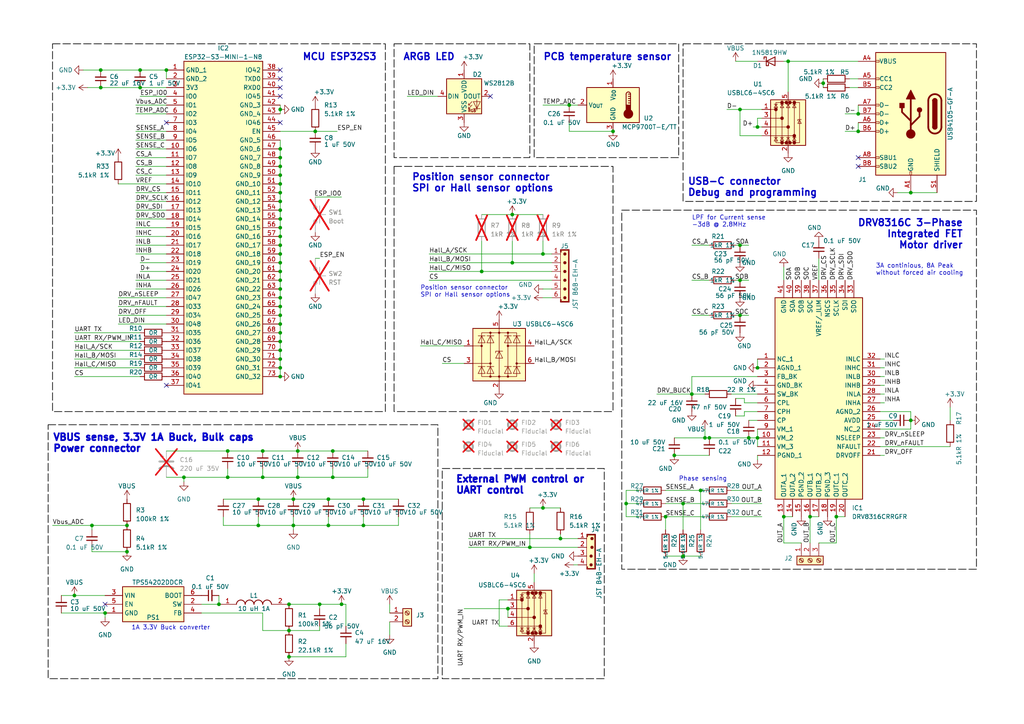
<source format=kicad_sch>
(kicad_sch (version 20231120) (generator "eeschema") (generator_version "8.0")
  (paper "A4")
  (title_block (title "Small PCB motor ESC") (date "2024-09-06") (rev "V1") (company "Robert Seredenko"))
  (junction (at 53.34 138.43))
  (junction (at 81.28 73.66))
  (junction (at 198.12 146.05))
  (junction (at 86.36 130.81))
  (junction (at 85.09 144.78))
  (junction (at 99.06 175.26))
  (junction (at 26.67 152.4))
  (junction (at 248.92 33.02))
  (junction (at 81.28 86.36))
  (junction (at 234.95 149.86))
  (junction (at 105.41 144.78))
  (junction (at 63.5 175.26))
  (junction (at 83.82 182.88))
  (junction (at 85.09 152.4))
  (junction (at 162.56 156.21))
  (junction (at 81.28 109.22))
  (junction (at 21.59 172.72))
  (junction (at 177.8 38.1))
  (junction (at 81.28 104.14))
  (junction (at 195.58 132.08))
  (junction (at 165.1 30.48))
  (junction (at 76.2 130.81))
  (junction (at 81.28 50.8))
  (junction (at 264.16 55.88))
  (junction (at 48.26 20.32))
  (junction (at 81.28 55.88))
  (junction (at 219.71 106.68))
  (junction (at 30.48 177.8))
  (junction (at 81.28 99.06))
  (junction (at 157.48 73.66))
  (junction (at 242.57 149.86))
  (junction (at 198.12 161.29))
  (junction (at 66.04 138.43))
  (junction (at 148.59 76.2))
  (junction (at 74.93 152.4))
  (junction (at 74.93 144.78))
  (junction (at 204.47 127))
  (junction (at 81.28 91.44))
  (junction (at 81.28 45.72))
  (junction (at 193.04 149.86))
  (junction (at 40.64 20.32))
  (junction (at 81.28 63.5))
  (junction (at 96.52 138.43))
  (junction (at 81.28 43.18))
  (junction (at 83.82 175.26))
  (junction (at 92.71 175.26))
  (junction (at 217.17 127))
  (junction (at 157.48 147.32))
  (junction (at 147.32 176.53))
  (junction (at 81.28 101.6))
  (junction (at 36.83 152.4))
  (junction (at 153.67 158.75))
  (junction (at 203.2 142.24))
  (junction (at 81.28 60.96))
  (junction (at 86.36 138.43))
  (junction (at 181.61 146.05))
  (junction (at 214.63 31.75))
  (junction (at 81.28 31.75))
  (junction (at 214.63 81.28))
  (junction (at 219.71 127))
  (junction (at 205.74 127))
  (junction (at 81.28 106.68))
  (junction (at 96.52 130.81))
  (junction (at 214.63 91.44))
  (junction (at 81.28 68.58))
  (junction (at 81.28 81.28))
  (junction (at 81.28 66.04))
  (junction (at 81.28 96.52))
  (junction (at 248.92 38.1))
  (junction (at 81.28 71.12))
  (junction (at 95.25 144.78))
  (junction (at 36.83 160.02))
  (junction (at 95.25 152.4))
  (junction (at 83.82 190.5))
  (junction (at 214.63 71.12))
  (junction (at 81.28 58.42))
  (junction (at 81.28 93.98))
  (junction (at 105.41 152.4))
  (junction (at 81.28 83.82))
  (junction (at 91.44 38.1))
  (junction (at 200.66 114.3))
  (junction (at 227.33 149.86))
  (junction (at 81.28 48.26))
  (junction (at 81.28 88.9))
  (junction (at 238.76 24.13))
  (junction (at 264.16 121.92))
  (junction (at 139.7 78.74))
  (junction (at 76.2 138.43))
  (junction (at 40.64 25.4))
  (junction (at 228.6 17.78))
  (junction (at 81.28 76.2))
  (junction (at 81.28 78.74))
  (junction (at 81.28 53.34))
  (junction (at 29.21 25.4))
  (junction (at 66.04 130.81))
  (junction (at 148.59 62.23))
  (junction (at 219.71 36.83))
  (junction (at 29.21 20.32))
  (no_connect (at 81.28 25.4))
  (no_connect (at 81.28 22.86))
  (no_connect (at 81.28 27.94))
  (no_connect (at 30.48 175.26))
  (no_connect (at 48.26 111.76))
  (no_connect (at 248.92 45.72))
  (no_connect (at 142.24 27.94))
  (no_connect (at 81.28 20.32))
  (no_connect (at 81.28 35.56))
  (no_connect (at 48.26 35.56))
  (no_connect (at 248.92 48.26))
  (wire (pts (xy 153.67 158.75) (xy 167.64 158.75)))
  (wire (pts (xy 213.36 81.28) (xy 214.63 81.28)))
  (wire (pts (xy 255.27 124.46) (xy 264.16 124.46)))
  (wire (pts (xy 100.33 190.5) (xy 83.82 190.5)))
  (wire (pts (xy 39.37 40.64) (xy 48.26 40.64)))
  (wire (pts (xy 193.04 161.29) (xy 198.12 161.29)))
  (wire (pts (xy 165.1 35.56) (xy 165.1 38.1)))
  (wire (pts (xy 85.09 152.4) (xy 85.09 153.67)))
  (wire (pts (xy 66.04 130.81) (xy 76.2 130.81)))
  (wire (pts (xy 40.64 76.2) (xy 48.26 76.2)))
  (wire (pts (xy 260.35 55.88) (xy 264.16 55.88)))
  (wire (pts (xy 53.34 138.43) (xy 66.04 138.43)))
  (wire (pts (xy 181.61 149.86) (xy 185.42 149.86)))
  (wire (pts (xy 212.09 114.3) (xy 219.71 114.3)))
  (wire (pts (xy 76.2 138.43) (xy 86.36 138.43)))
  (wire (pts (xy 85.09 144.78) (xy 95.25 144.78)))
  (wire (pts (xy 74.93 152.4) (xy 85.09 152.4)))
  (wire (pts (xy 91.44 38.1) (xy 81.28 38.1)))
  (wire (pts (xy 204.47 142.24) (xy 203.2 142.24)))
  (wire (pts (xy 21.59 172.72) (xy 30.48 172.72)))
  (wire (pts (xy 81.28 99.06) (xy 81.28 101.6)))
  (wire (pts (xy 264.16 55.88) (xy 271.78 55.88)))
  (wire (pts (xy 96.52 138.43) (xy 106.68 138.43)))
  (wire (pts (xy 81.28 86.36) (xy 81.28 88.9)))
  (wire (pts (xy 198.12 146.05) (xy 204.47 146.05)))
  (wire (pts (xy 81.28 55.88) (xy 81.28 58.42)))
  (wire (pts (xy 29.21 20.32) (xy 40.64 20.32)))
  (wire (pts (xy 81.28 106.68) (xy 81.28 109.22)))
  (wire (pts (xy 21.59 99.06) (xy 40.64 99.06)))
  (wire (pts (xy 86.36 138.43) (xy 96.52 138.43)))
  (wire (pts (xy 39.37 45.72) (xy 48.26 45.72)))
  (wire (pts (xy 81.28 60.96) (xy 81.28 63.5)))
  (wire (pts (xy 227.33 157.48) (xy 232.41 157.48)))
  (wire (pts (xy 256.54 114.3) (xy 255.27 114.3)))
  (wire (pts (xy 39.37 50.8) (xy 48.26 50.8)))
  (wire (pts (xy 264.16 124.46) (xy 264.16 121.92)))
  (wire (pts (xy 255.27 104.14) (xy 256.54 104.14)))
  (wire (pts (xy 81.28 31.75) (xy 81.28 33.02)))
  (wire (pts (xy 134.62 176.53) (xy 147.32 176.53)))
  (wire (pts (xy 162.56 154.94) (xy 162.56 156.21)))
  (wire (pts (xy 81.28 71.12) (xy 81.28 73.66)))
  (wire (pts (xy 95.25 144.78) (xy 105.41 144.78)))
  (wire (pts (xy 227.33 149.86) (xy 229.87 149.86)))
  (wire (pts (xy 81.28 68.58) (xy 81.28 71.12)))
  (wire (pts (xy 147.32 176.53) (xy 147.32 179.07)))
  (wire (pts (xy 63.5 172.72) (xy 63.5 175.26)))
  (wire (pts (xy 105.41 149.86) (xy 105.41 152.4)))
  (wire (pts (xy 148.59 69.85) (xy 148.59 76.2)))
  (wire (pts (xy 214.63 71.12) (xy 217.17 71.12)))
  (wire (pts (xy 195.58 132.08) (xy 205.74 132.08)))
  (wire (pts (xy 96.52 135.89) (xy 96.52 138.43)))
  (wire (pts (xy 210.82 31.75) (xy 214.63 31.75)))
  (wire (pts (xy 217.17 127) (xy 219.71 127)))
  (wire (pts (xy 39.37 71.12) (xy 48.26 71.12)))
  (wire (pts (xy 39.37 63.5) (xy 48.26 63.5)))
  (wire (pts (xy 204.47 124.46) (xy 204.47 127)))
  (wire (pts (xy 238.76 24.13) (xy 238.76 25.4)))
  (wire (pts (xy 166.37 163.83) (xy 167.64 163.83)))
  (wire (pts (xy 58.42 175.26) (xy 63.5 175.26)))
  (wire (pts (xy 81.28 76.2) (xy 81.28 78.74)))
  (wire (pts (xy 193.04 149.86) (xy 204.47 149.86)))
  (wire (pts (xy 215.9 116.84) (xy 215.9 115.57)))
  (wire (pts (xy 147.32 173.99) (xy 144.78 173.99)))
  (wire (pts (xy 139.7 62.23) (xy 148.59 62.23)))
  (wire (pts (xy 40.64 20.32) (xy 48.26 20.32)))
  (wire (pts (xy 30.48 179.07) (xy 30.48 177.8)))
  (wire (pts (xy 124.46 81.28) (xy 160.02 81.28)))
  (wire (pts (xy 92.71 182.88) (xy 83.82 182.88)))
  (wire (pts (xy 26.67 153.67) (xy 26.67 152.4)))
  (wire (pts (xy 39.37 68.58) (xy 48.26 68.58)))
  (wire (pts (xy 198.12 161.29) (xy 203.2 161.29)))
  (wire (pts (xy 242.57 149.86) (xy 242.57 157.48)))
  (wire (pts (xy 255.27 129.54) (xy 275.59 129.54)))
  (wire (pts (xy 48.26 138.43) (xy 53.34 138.43)))
  (wire (pts (xy 200.66 109.22) (xy 200.66 114.3)))
  (wire (pts (xy 234.95 149.86) (xy 237.49 149.86)))
  (wire (pts (xy 113.03 180.34) (xy 113.03 184.15)))
  (wire (pts (xy 219.71 124.46) (xy 219.71 127)))
  (wire (pts (xy 21.59 109.22) (xy 40.64 109.22)))
  (wire (pts (xy 185.42 142.24) (xy 181.61 142.24)))
  (wire (pts (xy 29.21 25.4) (xy 40.64 25.4)))
  (wire (pts (xy 92.71 175.26) (xy 99.06 175.26)))
  (wire (pts (xy 215.9 119.38) (xy 219.71 119.38)))
  (wire (pts (xy 115.57 149.86) (xy 115.57 152.4)))
  (wire (pts (xy 81.28 53.34) (xy 81.28 55.88)))
  (wire (pts (xy 39.37 60.96) (xy 48.26 60.96)))
  (wire (pts (xy 81.28 91.44) (xy 81.28 93.98)))
  (wire (pts (xy 39.37 73.66) (xy 48.26 73.66)))
  (wire (pts (xy 66.04 135.89) (xy 66.04 138.43)))
  (wire (pts (xy 228.6 17.78) (xy 228.6 26.67)))
  (wire (pts (xy 95.25 152.4) (xy 105.41 152.4)))
  (wire (pts (xy 39.37 48.26) (xy 48.26 48.26)))
  (wire (pts (xy 76.2 130.81) (xy 86.36 130.81)))
  (wire (pts (xy 213.36 17.78) (xy 219.71 17.78)))
  (wire (pts (xy 21.59 96.52) (xy 40.64 96.52)))
  (wire (pts (xy 190.5 114.3) (xy 200.66 114.3)))
  (wire (pts (xy 214.63 91.44) (xy 213.36 91.44)))
  (wire (pts (xy 237.49 74.93) (xy 237.49 81.28)))
  (wire (pts (xy 81.28 45.72) (xy 81.28 48.26)))
  (wire (pts (xy 245.11 33.02) (xy 248.92 33.02)))
  (wire (pts (xy 81.28 63.5) (xy 81.28 66.04)))
  (wire (pts (xy 275.59 118.11) (xy 275.59 121.92)))
  (wire (pts (xy 39.37 58.42) (xy 48.26 58.42)))
  (wire (pts (xy 81.28 66.04) (xy 81.28 68.58)))
  (wire (pts (xy 128.27 105.41) (xy 134.62 105.41)))
  (wire (pts (xy 255.27 119.38) (xy 264.16 119.38)))
  (wire (pts (xy 219.71 36.83) (xy 220.98 36.83)))
  (wire (pts (xy 242.57 149.86) (xy 245.11 149.86)))
  (wire (pts (xy 92.71 181.61) (xy 92.71 182.88)))
  (wire (pts (xy 213.36 71.12) (xy 214.63 71.12)))
  (wire (pts (xy 213.36 115.57) (xy 215.9 115.57)))
  (wire (pts (xy 195.58 127) (xy 204.47 127)))
  (wire (pts (xy 213.36 120.65) (xy 215.9 120.65)))
  (wire (pts (xy 64.77 152.4) (xy 74.93 152.4)))
  (wire (pts (xy 39.37 66.04) (xy 48.26 66.04)))
  (wire (pts (xy 214.63 31.75) (xy 214.63 39.37)))
  (wire (pts (xy 97.79 38.1) (xy 91.44 38.1)))
  (wire (pts (xy 237.49 157.48) (xy 242.57 157.48)))
  (wire (pts (xy 81.28 88.9) (xy 81.28 91.44)))
  (wire (pts (xy 148.59 62.23) (xy 157.48 62.23)))
  (wire (pts (xy 139.7 78.74) (xy 160.02 78.74)))
  (wire (pts (xy 96.52 130.81) (xy 106.68 130.81)))
  (wire (pts (xy 40.64 78.74) (xy 48.26 78.74)))
  (wire (pts (xy 228.6 17.78) (xy 248.92 17.78)))
  (wire (pts (xy 227.33 17.78) (xy 228.6 17.78)))
  (wire (pts (xy 25.4 25.4) (xy 29.21 25.4)))
  (wire (pts (xy 124.46 73.66) (xy 157.48 73.66)))
  (wire (pts (xy 245.11 38.1) (xy 248.92 38.1)))
  (wire (pts (xy 214.63 31.75) (xy 220.98 31.75)))
  (wire (pts (xy 246.38 25.4) (xy 248.92 25.4)))
  (wire (pts (xy 76.2 135.89) (xy 76.2 138.43)))
  (wire (pts (xy 24.13 20.32) (xy 29.21 20.32)))
  (wire (pts (xy 66.04 138.43) (xy 76.2 138.43)))
  (wire (pts (xy 203.2 142.24) (xy 203.2 153.67)))
  (wire (pts (xy 81.28 50.8) (xy 81.28 53.34)))
  (wire (pts (xy 39.37 38.1) (xy 48.26 38.1)))
  (wire (pts (xy 148.59 76.2) (xy 160.02 76.2)))
  (wire (pts (xy 100.33 175.26) (xy 100.33 181.61)))
  (wire (pts (xy 34.29 53.34) (xy 48.26 53.34)))
  (wire (pts (xy 81.28 93.98) (xy 81.28 96.52)))
  (wire (pts (xy 64.77 144.78) (xy 74.93 144.78)))
  (wire (pts (xy 81.28 43.18) (xy 81.28 45.72)))
  (wire (pts (xy 219.71 109.22) (xy 200.66 109.22)))
  (wire (pts (xy 246.38 22.86) (xy 248.92 22.86)))
  (wire (pts (xy 217.17 121.92) (xy 219.71 121.92)))
  (wire (pts (xy 26.67 158.75) (xy 26.67 160.02)))
  (wire (pts (xy 48.26 130.81) (xy 66.04 130.81)))
  (wire (pts (xy 264.16 119.38) (xy 264.16 121.92)))
  (wire (pts (xy 144.78 173.99) (xy 144.78 181.61)))
  (wire (pts (xy 160.02 86.36) (xy 157.48 86.36)))
  (wire (pts (xy 40.64 27.94) (xy 48.26 27.94)))
  (wire (pts (xy 200.66 114.3) (xy 204.47 114.3)))
  (wire (pts (xy 220.98 39.37) (xy 214.63 39.37)))
  (wire (pts (xy 139.7 69.85) (xy 139.7 78.74)))
  (wire (pts (xy 124.46 76.2) (xy 148.59 76.2)))
  (wire (pts (xy 227.33 77.47) (xy 227.33 81.28)))
  (wire (pts (xy 238.76 22.86) (xy 238.76 24.13)))
  (wire (pts (xy 74.93 144.78) (xy 85.09 144.78)))
  (wire (pts (xy 248.92 30.48) (xy 248.92 33.02)))
  (wire (pts (xy 124.46 78.74) (xy 139.7 78.74)))
  (wire (pts (xy 17.78 172.72) (xy 21.59 172.72)))
  (wire (pts (xy 17.78 177.8) (xy 30.48 177.8)))
  (wire (pts (xy 86.36 130.81) (xy 96.52 130.81)))
  (wire (pts (xy 255.27 127) (xy 256.54 127)))
  (wire (pts (xy 26.67 160.02) (xy 36.83 160.02)))
  (wire (pts (xy 81.28 48.26) (xy 81.28 50.8)))
  (wire (pts (xy 81.28 30.48) (xy 81.28 31.75)))
  (wire (pts (xy 219.71 127) (xy 219.71 129.54)))
  (wire (pts (xy 34.29 93.98) (xy 48.26 93.98)))
  (wire (pts (xy 203.2 142.24) (xy 193.04 142.24)))
  (wire (pts (xy 157.48 73.66) (xy 160.02 73.66)))
  (wire (pts (xy 200.66 81.28) (xy 205.74 81.28)))
  (wire (pts (xy 39.37 83.82) (xy 48.26 83.82)))
  (wire (pts (xy 76.2 182.88) (xy 83.82 182.88)))
  (wire (pts (xy 85.09 152.4) (xy 95.25 152.4)))
  (wire (pts (xy 198.12 146.05) (xy 198.12 153.67)))
  (wire (pts (xy 200.66 91.44) (xy 205.74 91.44)))
  (wire (pts (xy 144.78 181.61) (xy 147.32 181.61)))
  (wire (pts (xy 39.37 81.28) (xy 48.26 81.28)))
  (wire (pts (xy 214.63 81.28) (xy 217.17 81.28)))
  (wire (pts (xy 165.1 30.48) (xy 167.64 30.48)))
  (wire (pts (xy 39.37 30.48) (xy 48.26 30.48)))
  (wire (pts (xy 39.37 33.02) (xy 48.26 33.02)))
  (wire (pts (xy 256.54 109.22) (xy 255.27 109.22)))
  (wire (pts (xy 118.11 27.94) (xy 127 27.94)))
  (wire (pts (xy 92.71 175.26) (xy 92.71 176.53)))
  (wire (pts (xy 21.59 101.6) (xy 40.64 101.6)))
  (wire (pts (xy 95.25 149.86) (xy 95.25 152.4)))
  (wire (pts (xy 135.89 156.21) (xy 162.56 156.21)))
  (wire (pts (xy 212.09 146.05) (xy 220.98 146.05)))
  (wire (pts (xy 48.26 20.32) (xy 48.26 22.86)))
  (wire (pts (xy 64.77 149.86) (xy 64.77 152.4)))
  (wire (pts (xy 256.54 132.08) (xy 255.27 132.08)))
  (wire (pts (xy 135.89 158.75) (xy 153.67 158.75)))
  (wire (pts (xy 106.68 135.89) (xy 106.68 138.43)))
  (wire (pts (xy 227.33 149.86) (xy 227.33 157.48)))
  (wire (pts (xy 219.71 34.29) (xy 220.98 34.29)))
  (wire (pts (xy 205.74 127) (xy 217.17 127)))
  (wire (pts (xy 100.33 186.69) (xy 100.33 190.5)))
  (wire (pts (xy 99.06 175.26) (xy 100.33 175.26)))
  (wire (pts (xy 81.28 58.42) (xy 81.28 60.96)))
  (wire (pts (xy 212.09 149.86) (xy 220.98 149.86)))
  (wire (pts (xy 34.29 88.9) (xy 48.26 88.9)))
  (wire (pts (xy 256.54 116.84) (xy 255.27 116.84)))
  (wire (pts (xy 212.09 142.24) (xy 220.98 142.24)))
  (wire (pts (xy 204.47 127) (xy 205.74 127)))
  (wire (pts (xy 256.54 106.68) (xy 255.27 106.68)))
  (wire (pts (xy 21.59 104.14) (xy 40.64 104.14)))
  (wire (pts (xy 219.71 104.14) (xy 219.71 106.68)))
  (wire (pts (xy 85.09 149.86) (xy 85.09 152.4)))
  (wire (pts (xy 26.67 152.4) (xy 36.83 152.4)))
  (wire (pts (xy 193.04 149.86) (xy 193.04 153.67)))
  (wire (pts (xy 162.56 156.21) (xy 167.64 156.21)))
  (wire (pts (xy 157.48 69.85) (xy 157.48 73.66)))
  (wire (pts (xy 181.61 146.05) (xy 185.42 146.05)))
  (wire (pts (xy 218.44 36.83) (xy 219.71 36.83)))
  (wire (pts (xy 153.67 154.94) (xy 153.67 158.75)))
  (wire (pts (xy 153.67 147.32) (xy 157.48 147.32)))
  (wire (pts (xy 81.28 104.14) (xy 81.28 106.68)))
  (wire (pts (xy 40.64 25.4) (xy 48.26 25.4)))
  (wire (pts (xy 105.41 152.4) (xy 115.57 152.4)))
  (wire (pts (xy 92.71 74.93) (xy 91.44 74.93)))
  (wire (pts (xy 81.28 73.66) (xy 81.28 76.2)))
  (wire (pts (xy 219.71 116.84) (xy 215.9 116.84)))
  (wire (pts (xy 193.04 146.05) (xy 198.12 146.05)))
  (wire (pts (xy 154.94 166.37) (xy 154.94 168.91)))
  (wire (pts (xy 53.34 138.43) (xy 53.34 139.7)))
  (wire (pts (xy 215.9 120.65) (xy 215.9 119.38)))
  (wire (pts (xy 219.71 133.35) (xy 219.71 132.08)))
  (wire (pts (xy 76.2 177.8) (xy 76.2 182.88)))
  (wire (pts (xy 74.93 149.86) (xy 74.93 152.4)))
  (wire (pts (xy 34.29 86.36) (xy 48.26 86.36)))
  (wire (pts (xy 157.48 30.48) (xy 165.1 30.48)))
  (wire (pts (xy 181.61 142.24) (xy 181.61 146.05)))
  (wire (pts (xy 214.63 91.44) (xy 217.17 91.44)))
  (wire (pts (xy 121.92 100.33) (xy 134.62 100.33)))
  (wire (pts (xy 160.02 83.82) (xy 157.48 83.82)))
  (wire (pts (xy 99.06 57.15) (xy 91.44 57.15)))
  (wire (pts (xy 81.28 101.6) (xy 81.28 104.14)))
  (wire (pts (xy 81.28 83.82) (xy 81.28 86.36)))
  (wire (pts (xy 200.66 71.12) (xy 205.74 71.12)))
  (wire (pts (xy 219.71 36.83) (xy 219.71 34.29)))
  (wire (pts (xy 81.28 81.28) (xy 81.28 83.82)))
  (wire (pts (xy 81.28 96.52) (xy 81.28 99.06)))
  (wire (pts (xy 34.29 91.44) (xy 48.26 91.44)))
  (wire (pts (xy 86.36 135.89) (xy 86.36 138.43)))
  (wire (pts (xy 83.82 175.26) (xy 92.71 175.26)))
  (wire (pts (xy 105.41 144.78) (xy 115.57 144.78)))
  (wire (pts (xy 58.42 177.8) (xy 76.2 177.8)))
  (wire (pts (xy 256.54 111.76) (xy 255.27 111.76)))
  (wire (pts (xy 255.27 121.92) (xy 259.08 121.92)))
  (wire (pts (xy 81.28 78.74) (xy 81.28 81.28)))
  (wire (pts (xy 165.1 38.1) (xy 177.8 38.1)))
  (wire (pts (xy 21.59 106.68) (xy 40.64 106.68)))
  (wire (pts (xy 39.37 55.88) (xy 48.26 55.88)))
  (wire (pts (xy 39.37 43.18) (xy 48.26 43.18)))
  (wire (pts (xy 113.03 177.8) (xy 113.03 175.26)))
  (wire (pts (xy 157.48 147.32) (xy 162.56 147.32)))
  (wire (pts (xy 234.95 149.86) (xy 234.95 157.48)))
  (wire (pts (xy 248.92 35.56) (xy 248.92 38.1)))
  (wire (pts (xy 81.28 40.64) (xy 81.28 43.18)))
  (wire (pts (xy 15.24 152.4) (xy 26.67 152.4)))
  (wire (pts (xy 181.61 146.05) (xy 181.61 149.86)))
  (rectangle (start 114.3 12.7) (end 153.67 45.72) (stroke (width 0.2) (type dash) (color 0 0 0 1)))
  (rectangle (start 15.24 12.7) (end 111.76 119.38) (stroke (width 0.2) (type dash) (color 0 0 0 1)))
  (rectangle (start 198.12 12.7) (end 283.21 58.42) (stroke (width 0.2) (type dash) (color 0 0 0 1)))
  (rectangle (start 154.94 12.7) (end 196.85 45.72) (stroke (width 0.2) (type dash) (color 0 0 0 1)))
  (rectangle (start 13.97 123.19) (end 127 196.85) (stroke (width 0.2) (type dash) (color 0 0 0 1)))
  (rectangle (start 128.27 135.89) (end 175.26 196.85) (stroke (width 0.2) (type dash) (color 0 0 0 1)))
  (rectangle (start 114.3 48.26) (end 177.8 119.38) (stroke (width 0.2) (type dash) (color 0 0 0 1)))
  (rectangle (start 180.34 60.96) (end 283.21 165.1) (stroke (width 0.2) (type dash) (color 0 0 0 1)))
  (text "LPF for Current sense\n-3dB @ 2.8MHz" (at 200.66 66.04 0) (effects (font (size 1.27 1.27)) (justify left bottom)))
  (text "VBUS sense, 3.3V 1A Buck, Bulk caps\nPower connector\n\n" (at 15.24 134.62 0) (effects (font (size 2 2) (thickness 0.508) (bold yes)) (justify left bottom)))
  (text "Position sensor connector\nSPI or Hall sensor options\n" (at 119.38 55.88 0) (effects (font (size 2 2) (thickness 0.4) (bold yes)) (justify left bottom)))
  (text "Position sensor connector\nSPI or Hall sensor options\n" (at 121.92 86.36 0) (effects (font (size 1.27 1.27)) (justify left bottom)))
  (text "ARGB LED\n" (at 116.84 17.78 0) (effects (font (size 2 2) (thickness 0.4) (bold yes)) (justify left bottom)))
  (text "External PWM control or\nUART control\n" (at 132.08 143.51 0) (effects (font (size 2 2) (thickness 0.508) (bold yes)) (justify left bottom)))
  (text "DRV8316C 3-Phase\nIntegrated FET\nMotor driver" (at 279.4 72.39 0) (effects (font (size 2 2) (thickness 0.4) (bold yes)) (justify right bottom)))
  (text "3A continious, 8A Peak \nwithout forced air cooling " (at 254 80.01 0) (effects (font (size 1.27 1.27)) (justify left bottom)))
  (text "Phase sensing" (at 196.85 139.7 0) (effects (font (size 1.27 1.27)) (justify left bottom)))
  (text "PCB temperature sensor" (at 157.48 17.78 0) (effects (font (size 2 2) (thickness 0.4) (bold yes)) (justify left bottom)))
  (text "MCU ESP32S3\n" (at 87.63 17.78 0) (effects (font (size 2 2) (thickness 0.4) (bold yes)) (justify left bottom)))
  (text "USB-C connector\nDebug and programming" (at 199.39 57.15 0) (effects (font (size 2 2) (thickness 0.4) (bold yes)) (justify left bottom)))
  (text "1A 3.3V Buck converter\n" (at 38.1 182.88 0) (effects (font (size 1.27 1.27)) (justify left bottom)))
  (label "OUT_A" (at 220.98 142.24 180))
  (label "DRV_SDO" (at 247.65 81.28 90))
  (label "INLA" (at 256.54 114.3 0))
  (label "UART RX{slash}PWM_IN" (at 134.62 176.53 270))
  (label "ESP_EN" (at 97.79 38.1 0))
  (label "CS_B" (at 39.37 48.26 0))
  (label "INHA" (at 256.54 116.84 0))
  (label "CS_A" (at 39.37 45.72 0))
  (label "D-" (at 245.11 33.02 0))
  (label "ESP_IO0" (at 99.06 57.15 180))
  (label "DRV_CS" (at 39.37 55.88 0))
  (label "OUT_C" (at 242.57 157.48 90))
  (label "Hall_B{slash}MOSI" (at 154.94 105.41 0))
  (label "Hall_B{slash}MOSI" (at 124.46 76.2 0))
  (label "D+" (at 40.64 78.74 0))
  (label "SENSE_A" (at 39.37 38.1 0))
  (label "D+" (at 245.11 38.1 0))
  (label "UART RX{slash}PWM_IN" (at 21.59 99.06 0))
  (label "DRV_nFAULT" (at 256.54 129.54 0))
  (label "SOC" (at 217.17 91.44 180))
  (label "INHC" (at 256.54 106.68 0))
  (label "OUT_C" (at 220.98 149.86 180))
  (label "D+" (at 218.44 36.83 180))
  (label "OUT_A" (at 227.33 157.48 90))
  (label "DRV_nFAULT" (at 34.29 88.9 0))
  (label "OUT_B" (at 220.98 146.05 180))
  (label "Vbus_ADC" (at 39.37 30.48 0))
  (label "D-" (at 40.64 76.2 0))
  (label "D-" (at 210.82 31.75 0))
  (label "DRV_nSLEEP" (at 256.54 127 0))
  (label "CS_C" (at 39.37 50.8 0))
  (label "Hall_C{slash}MISO" (at 121.92 100.33 0))
  (label "SENSE_C" (at 39.37 43.18 0))
  (label "LED_DIN" (at 118.11 27.94 0))
  (label "ESP_IO0" (at 40.64 27.94 0))
  (label "SOB" (at 232.41 81.28 90))
  (label "INLA" (at 39.37 81.28 0))
  (label "CS" (at 21.59 109.22 0))
  (label "UART RX{slash}PWM_IN" (at 135.89 158.75 0))
  (label "ESP_EN" (at 92.71 74.93 0))
  (label "LED_DIN" (at 34.29 93.98 0))
  (label "SENSE_B" (at 39.37 40.64 0))
  (label "Vbus_ADC" (at 15.24 152.4 0))
  (label "SENSE_B" (at 193.04 146.05 0))
  (label "INLC" (at 39.37 66.04 0))
  (label "DRV_CS" (at 240.03 81.28 90))
  (label "INHB" (at 256.54 111.76 0))
  (label "DRV_SDI" (at 39.37 60.96 0))
  (label "SOC" (at 234.95 81.28 90))
  (label "CS" (at 124.46 81.28 0))
  (label "DRV_BUCK" (at 190.5 114.3 0))
  (label "SOB" (at 217.17 81.28 180))
  (label "TEMP_ADC" (at 157.48 30.48 0))
  (label "DRV_SDI" (at 245.11 81.28 90))
  (label "Hall_A{slash}SCK" (at 21.59 101.6 0))
  (label "INHB" (at 39.37 73.66 0))
  (label "SOA" (at 217.17 71.12 180))
  (label "SENSE_C" (at 193.04 149.86 0))
  (label "DRV_nSLEEP" (at 34.29 86.36 0))
  (label "INHA" (at 39.37 83.82 0))
  (label "Hall_A{slash}SCK" (at 154.94 100.33 0))
  (label "CS" (at 128.27 105.41 0))
  (label "CS_A" (at 200.66 71.12 0))
  (label "Hall_A{slash}SCK" (at 124.46 73.66 0))
  (label "OUT_B" (at 234.95 157.48 90))
  (label "UART TX" (at 135.89 156.21 0))
  (label "CS_C" (at 200.66 91.44 0))
  (label "TEMP_ADC" (at 39.37 33.02 0))
  (label "CS_B" (at 200.66 81.28 0))
  (label "INLC" (at 256.54 104.14 0))
  (label "INLB" (at 39.37 71.12 0))
  (label "SOA" (at 229.87 81.28 90))
  (label "DRV_SCLK" (at 242.57 81.28 90))
  (label "DRV_SDO" (at 39.37 63.5 0))
  (label "Hall_B{slash}MOSI" (at 21.59 104.14 0))
  (label "UART TX" (at 21.59 96.52 0))
  (label "VREF" (at 237.49 81.28 90))
  (label "DRV_SCLK" (at 39.37 58.42 0))
  (label "VREF" (at 39.37 53.34 0))
  (label "SENSE_A" (at 193.04 142.24 0))
  (label "INHC" (at 39.37 68.58 0))
  (label "UART TX" (at 144.78 181.61 180))
  (label "Hall_C{slash}MISO" (at 124.46 78.74 0))
  (label "Hall_C{slash}MISO" (at 21.59 106.68 0))
  (label "DRV_OFF" (at 256.54 132.08 0))
  (label "DRV_OFF" (at 34.29 91.44 0))
  (label "INLB" (at 256.54 109.22 0))
  (symbol (lib_id "Device:C_Small") (at 165.1 33.02 180) (unit 1)
    (property "Reference" "C26" (at 158.75 33.02 0) (effects (justify right)))
    (property "Value" "0.1 uF 50V" (at 157.48 35.56 0) (effects (justify right)))
    (property "Footprint" "Capacitor_SMD:C_0402_1005Metric" (effects (hide yes)))
    (property "Datasheet" "https://search.murata.co.jp/Ceramy/image/img/A01X/G101/ENG/GCM155R71H104KE02-01.pdf" (effects (hide yes)))
    (property "Manufacturer_Part_Number" "GCM155R71H104KE02J" (effects (hide yes)))
  )
  (symbol (lib_id "Device:R") (at 44.45 96.52 270) (mirror x) (unit 1)
    (property "Reference" "R10" (at 39.37 95.25 90))
    (property "Value" "0R" (at 44.45 96.52 90))
    (property "Footprint" "Resistor_SMD:R_0402_1005Metric" (effects (hide yes)))
    (property "Datasheet" "https://www.yageo.com/upload/media/product/products/datasheet/rchip/PYu-RC_Group_51_RoHS_L_12.pdf" (effects (hide yes)))
    (property "Manufacturer_Part_Number" "RC0402JR-070RL" (effects (hide yes)))
  )
  (symbol (lib_name "USBLC6-4SC6_1") (lib_id "Power_Protection:USBLC6-4SC6") (at 154.94 176.53 0) (unit 1)
    (property "Reference" "U4" (at 148.082 166.878 0) (effects (justify left)))
    (property "Value" "USBLC6-4SC6" (at 138.684 169.672 0) (effects (justify left)))
    (property "Footprint" "Package_TO_SOT_SMD:SOT-23-6" (effects (hide yes)))
    (property "Datasheet" "https://www.st.com/resource/en/datasheet/usblc6-4.pdf" (effects (hide yes)))
    (property "Description" "Very low capacitance ESD protection diode, 4 data-line, SOT-23-6" (effects (hide yes)))
    (property "Manufacturer_Part_Number" "USBLC6-4SC6" (effects (hide yes)))
  )
  (symbol (lib_id "power:+3.3V") (at 166.37 163.83 90) (unit 1)
    (property "Reference" "#PWR024" (effects (hide yes)))
    (property "Value" "+3.3V" (at 165.1 166.37 90))
  )
  (symbol (lib_id "Device:R") (at 83.82 179.07 0) (unit 1)
    (property "Reference" "R1" (at 86.36 178.435 0) (effects (justify left)))
    (property "Value" "100kR 1%" (at 86.36 180.975 0) (effects (justify left)))
    (property "Footprint" "Resistor_SMD:R_0402_1005Metric" (effects (hide yes)))
    (property "Datasheet" "https://industrial.panasonic.com/cdbs/www-data/pdf/RDA0000/AOA0000C304.pdf" (effects (hide yes)))
    (property "Manufacturer_Part_Number" "ERJ-2RKF1003X" (effects (hide yes)))
  )
  (symbol (lib_id "power:GND") (at 214.63 86.36 0) (unit 1)
    (property "Reference" "#PWR050" (effects (hide yes)))
    (property "Value" "GND" (at 217.17 86.36 0))
  )
  (symbol (lib_id "power:VBUS") (at 204.47 124.46 0) (unit 1)
    (property "Reference" "#PWR040" (effects (hide yes)))
    (property "Value" "VBUS" (at 199.39 124.46 0) (effects (justify left)))
  )
  (symbol (lib_id "Device:C_Small") (at 91.44 40.64 180) (unit 1)
    (property "Reference" "C8" (at 93.98 39.9986 0) (effects (justify right)))
    (property "Value" "1 uF 50V" (at 93.98 41.91 0) (effects (justify right)))
    (property "Footprint" "Capacitor_SMD:C_0603_1608Metric" (effects (hide yes)))
    (property "Datasheet" "https://mm.digikey.com/Volume0/opasdata/d220001/medias/docus/658/CL10A105KB8NNNC_Spec.pdf" (effects (hide yes)))
    (property "Manufacturer_Part_Number" "CL10A105KB8NNNC" (effects (hide yes)))
  )
  (symbol (lib_id "SamacSys_Parts:VLS3015CX-100M-H") (at 63.5 175.26 0) (unit 1)
    (property "Reference" "L1" (at 73.66 172.72 0))
    (property "Value" "10 uH 1A" (at 73.66 176.53 0))
    (property "Footprint" "SamacSys_Parts:VLS3015" (effects (hide yes)))
    (property "Datasheet" "https://www.bourns.com/docs/Product-Datasheets/SRN3015C.pdf" (effects (hide yes)))
    (property "Mouser Part Number" "810-VLS3015CX-100M-H" (effects (hide yes)))
    (property "Mouser Price/Stock" "https://www.mouser.co.uk/ProductDetail/TDK/VLS3015CX-100M-H?qs=zW32dvEIR3u1NWN2qd%2Fh9w%3D%3D" (effects (hide yes)))
    (property "Manufacturer_Name" "TDK" (effects (hide yes)))
    (property "Manufacturer_Part_Number" "SRN3015C-100M" (effects (hide yes)))
  )
  (symbol (lib_id "power:GND") (at 81.28 31.75 90) (unit 1)
    (property "Reference" "#PWR013" (effects (hide yes)))
    (property "Value" "GND" (at 86.36 31.75 90))
  )
  (symbol (lib_id "Device:R") (at 91.44 34.29 0) (mirror x) (unit 1)
    (property "Reference" "R13" (at 93.98 30.48 0) (effects (justify left)))
    (property "Value" "5.1kR 1%" (at 93.98 33.02 0) (effects (justify left)))
    (property "Footprint" "Resistor_SMD:R_0402_1005Metric" (effects (hide yes)))
    (property "Datasheet" "https://industrial.panasonic.com/cdbs/www-data/pdf/RDA0000/AOA0000C304.pdf" (effects (hide yes)))
    (property "Manufacturer_Part_Number" "ERJ-2RKF5101X" (effects (hide yes)))
  )
  (symbol (lib_id "power:GND") (at 195.58 132.08 0) (unit 1)
    (property "Reference" "#PWR046" (effects (hide yes)))
    (property "Value" "GND" (at 193.04 135.89 0))
  )
  (symbol (lib_id "Device:R") (at 198.12 157.48 0) (mirror x) (unit 1)
    (property "Reference" "R25" (at 200.66 154.94 90) (effects (justify left)))
    (property "Value" "5.1kR 1%" (at 198.12 154.94 90) (effects (font (size 1 1)) (justify left)))
    (property "Footprint" "Resistor_SMD:R_0402_1005Metric" (effects (hide yes)))
    (property "Datasheet" "https://industrial.panasonic.com/cdbs/www-data/pdf/RDA0000/AOA0000C304.pdf" (effects (hide yes)))
    (property "Manufacturer_Part_Number" "ERJ-2RKF5101X" (effects (hide yes)))
  )
  (symbol (lib_id "Device:C_Small") (at 96.52 133.35 180) (unit 1)
    (property "Reference" "C14" (at 99.06 132.7086 0) (effects (justify right)))
    (property "Value" "10 uF 50V" (at 99.06 134.62 0) (effects (justify right)))
    (property "Footprint" "Capacitor_SMD:C_0805_2012Metric" (effects (hide yes)))
    (property "Datasheet" "https://search.murata.co.jp/Ceramy/image/img/A01X/G101/ENG/GRM21BR61H106KE43-01A.pdf" (effects (hide yes)))
    (property "Manufacturer_Part_Number" "GRM21BR61H106KE43L" (effects (hide yes)))
  )
  (symbol (lib_id "Device:R") (at 148.59 66.04 0) (unit 1) (dnp yes)
    (property "Reference" "R8" (at 151.13 65.405 0) (effects (justify left)))
    (property "Value" "1kR 1%" (at 151.13 67.945 0) (effects (justify left)))
    (property "Footprint" "Resistor_SMD:R_0402_1005Metric" (effects (hide yes)))
    (property "Datasheet" "https://industrial.panasonic.com/cdbs/www-data/pdf/RDA0000/AOA0000C304.pdf" (effects (hide yes)))
    (property "Manufacturer_Part_Number" "ERJ-2RKF1001X" (effects (hide yes)))
  )
  (symbol (lib_id "Mechanical:Fiducial") (at 148.59 123.19 0) (unit 1) (in_bom no) (dnp yes)
    (property "Reference" "FID2" (at 151.13 122.555 0) (effects (justify left)))
    (property "Value" "Fiducial" (at 151.13 125.095 0) (effects (justify left)))
    (property "Footprint" "Fiducial:Fiducial_0.75mm_Mask1.5mm" (effects (hide yes)))
    (property "Description" "Fiducial Marker" (effects (hide yes)))
  )
  (symbol (lib_id "power:+3.3V") (at 157.48 86.36 90) (unit 1)
    (property "Reference" "#PWR016" (effects (hide yes)))
    (property "Value" "+3.3V" (at 151.13 86.36 90))
  )
  (symbol (lib_id "power:VBUS") (at 21.59 172.72 0) (unit 1)
    (property "Reference" "#PWR03" (effects (hide yes)))
    (property "Value" "VBUS" (at 21.59 168.91 0))
  )
  (symbol (lib_id "Device:C_Small") (at 106.68 133.35 180) (unit 1)
    (property "Reference" "C15" (at 109.22 132.7086 0) (effects (justify right)))
    (property "Value" "10 uF 50V" (at 109.22 134.62 0) (effects (justify right)))
    (property "Footprint" "Capacitor_SMD:C_0805_2012Metric" (effects (hide yes)))
    (property "Datasheet" "https://search.murata.co.jp/Ceramy/image/img/A01X/G101/ENG/GRM21BR61H106KE43-01A.pdf" (effects (hide yes)))
    (property "Manufacturer_Part_Number" "GRM21BR61H106KE43L" (effects (hide yes)))
  )
  (symbol (lib_id "power:+3.3V") (at 134.62 20.32 0) (unit 1)
    (property "Reference" "#PWR029" (effects (hide yes)))
    (property "Value" "+3.3V" (at 137.16 16.51 0))
  )
  (symbol (lib_id "power:+3.3V") (at 275.59 118.11 0) (unit 1)
    (property "Reference" "#PWR036" (effects (hide yes)))
    (property "Value" "+3.3V" (at 276.86 114.3 0))
  )
  (symbol (lib_id "Device:C_Small") (at 60.96 172.72 90) (unit 1)
    (property "Reference" "C1" (at 60.9663 167.64 90))
    (property "Value" "0.1 uF 50V" (at 60.9663 170.18 90))
    (property "Footprint" "Capacitor_SMD:C_0402_1005Metric" (effects (hide yes)))
    (property "Datasheet" "https://search.murata.co.jp/Ceramy/image/img/A01X/G101/ENG/GCM155R71H104KE02-01.pdf" (effects (hide yes)))
    (property "Manufacturer_Part_Number" "GCM155R71H104KE02J" (effects (hide yes)))
  )
  (symbol (lib_id "Device:C_Small") (at 214.63 73.66 0) (unit 1)
    (property "Reference" "C23" (at 207.01 73.66 0) (effects (justify left)))
    (property "Value" "56 pF 50V" (at 207.0225 75.4932 0) (effects (justify left)))
    (property "Footprint" "Capacitor_SMD:C_0402_1005Metric" (effects (hide yes)))
    (property "Datasheet" "https://search.murata.co.jp/Ceramy/image/img/A01X/G101/ENG/GCM1555C1H560JA16-01.pdf" (effects (hide yes)))
    (property "Manufacturer_Part_Number" "GCM1555C1H560JA16D" (effects (hide yes)))
  )
  (symbol (lib_id "power:GND") (at 219.71 111.76 270) (unit 1)
    (property "Reference" "#PWR047" (effects (hide yes)))
    (property "Value" "GND" (at 214.63 110.49 90))
  )
  (symbol (lib_id "Mechanical:Fiducial") (at 135.89 129.54 0) (unit 1) (in_bom no) (dnp yes)
    (property "Reference" "FID4" (at 138.43 128.905 0) (effects (justify left)))
    (property "Value" "Fiducial" (at 138.43 131.445 0) (effects (justify left)))
    (property "Footprint" "Fiducial:Fiducial_0.75mm_Mask1.5mm" (effects (hide yes)))
    (property "Description" "Fiducial Marker" (effects (hide yes)))
  )
  (symbol (lib_id "Device:C_Small") (at 86.36 133.35 180) (unit 1)
    (property "Reference" "C12" (at 88.9 132.7086 0) (effects (justify right)))
    (property "Value" "10 uF 50V" (at 88.9 134.62 0) (effects (justify right)))
    (property "Footprint" "Capacitor_SMD:C_0805_2012Metric" (effects (hide yes)))
    (property "Datasheet" "https://search.murata.co.jp/Ceramy/image/img/A01X/G101/ENG/GRM21BR61H106KE43-01A.pdf" (effects (hide yes)))
    (property "Manufacturer_Part_Number" "GRM21BR61H106KE43L" (effects (hide yes)))
  )
  (symbol (lib_id "LED:WS2812B") (at 134.62 27.94 0) (unit 1)
    (property "Reference" "D2" (at 138.43 21.59 0))
    (property "Value" "WS2812B" (at 144.78 24.13 0))
    (property "Footprint" "LED_SMD:LED_WS2812B_PLCC4_5.0x5.0mm_P3.2mm" (effects (hide yes)))
    (property "Datasheet" "https://cdn-shop.adafruit.com/datasheets/WS2812B.pdf" (effects (hide yes)))
    (property "Manufacturer_Part_Number" "WS2812B-B/T " (effects (hide yes)))
  )
  (symbol (lib_id "Device:C_Small") (at 195.58 129.54 0) (unit 1)
    (property "Reference" "C21" (at 193.04 130.1814 0) (effects (justify right)))
    (property "Value" "10 uF 50V" (at 193.04 128.27 0) (effects (justify right)))
    (property "Footprint" "Capacitor_SMD:C_0805_2012Metric" (effects (hide yes)))
    (property "Datasheet" "https://search.murata.co.jp/Ceramy/image/img/A01X/G101/ENG/GRM21BR61H106KE43-01A.pdf" (effects (hide yes)))
    (property "Manufacturer_Part_Number" "GRM21BR61H106KE43L" (effects (hide yes)))
  )
  (symbol (lib_id "power:GND") (at 240.03 149.86 0) (unit 1)
    (property "Reference" "#PWR039" (effects (hide yes)))
    (property "Value" "GND" (at 237.9175 153.2568 90))
  )
  (symbol (lib_id "Mechanical:Fiducial") (at 161.29 129.54 0) (unit 1) (in_bom no) (dnp yes)
    (property "Reference" "FID6" (at 163.83 128.905 0) (effects (justify left)))
    (property "Value" "Fiducial" (at 163.83 131.445 0) (effects (justify left)))
    (property "Footprint" "Fiducial:Fiducial_0.75mm_Mask1.5mm" (effects (hide yes)))
    (property "Description" "Fiducial Marker" (effects (hide yes)))
  )
  (symbol (lib_id "power:VBUS") (at 86.36 130.81 0) (unit 1)
    (property "Reference" "#PWR034" (effects (hide yes)))
    (property "Value" "VBUS" (at 86.36 127 0))
  )
  (symbol (lib_id "Device:C_Small") (at 17.78 175.26 180) (unit 1)
    (property "Reference" "C3" (at 20.32 174.6186 0) (effects (justify right)))
    (property "Value" "10 uF 50V" (at 20.32 176.53 0) (effects (justify right)))
    (property "Footprint" "Capacitor_SMD:C_0805_2012Metric" (effects (hide yes)))
    (property "Datasheet" "https://search.murata.co.jp/Ceramy/image/img/A01X/G101/ENG/GRM21BR61H106KE43-01A.pdf" (effects (hide yes)))
    (property "Manufacturer_Part_Number" "GRM21BR61H106KE43L" (effects (hide yes)))
  )
  (symbol (lib_id "Device:R") (at 209.55 81.28 270) (mirror x) (unit 1)
    (property "Reference" "R22" (at 208.28 78.74 90))
    (property "Value" "1kR 1%" (at 209.55 81.28 90))
    (property "Footprint" "Resistor_SMD:R_0402_1005Metric" (effects (hide yes)))
    (property "Datasheet" "https://industrial.panasonic.com/cdbs/www-data/pdf/RDA0000/AOA0000C304.pdf" (effects (hide yes)))
    (property "Manufacturer_Part_Number" "ERJ-2RKF1001X" (effects (hide yes)))
  )
  (symbol (lib_id "power:VBUS") (at 113.03 175.26 0) (unit 1)
    (property "Reference" "#PWR053" (effects (hide yes)))
    (property "Value" "VBUS" (at 113.03 171.45 0))
  )
  (symbol (lib_id "power:GND") (at 81.28 109.22 90) (unit 1)
    (property "Reference" "#PWR09" (effects (hide yes)))
    (property "Value" "GND" (at 86.36 109.22 90))
  )
  (symbol (lib_id "Device:R") (at 44.45 99.06 270) (mirror x) (unit 1)
    (property "Reference" "R11" (at 39.37 97.79 90))
    (property "Value" "0R" (at 44.45 99.06 90))
    (property "Footprint" "Resistor_SMD:R_0402_1005Metric" (effects (hide yes)))
    (property "Datasheet" "https://www.yageo.com/upload/media/product/products/datasheet/rchip/PYu-RC_Group_51_RoHS_L_12.pdf" (effects (hide yes)))
    (property "Manufacturer_Part_Number" "RC0402JR-070RL" (effects (hide yes)))
  )
  (symbol (lib_id "Device:C_Polarized_US") (at 48.26 134.62 0) (unit 1) (in_bom no) (dnp yes)
    (property "Reference" "C16" (at 52.07 133.35 0) (effects (justify left)))
    (property "Value" "220 uF 35V" (at 52.07 135.89 0) (effects (justify left)))
    (property "Footprint" "Capacitor_THT:C_Rect_L7.0mm_W3.5mm_P5.00mm" (effects (hide yes)))
  )
  (symbol (lib_id "Connector:USB_C_Receptacle_USB2.0") (at 264.16 33.02 0) (mirror y) (unit 1)
    (property "Reference" "J1" (at 250.19 52.07 0))
    (property "Value" "USB4105-GF-A" (at 275.59 33.02 90))
    (property "Footprint" "Connector_USB:USB_C_Receptacle_GCT_USB4105-xx-A_16P_TopMnt_Horizontal" (effects (hide yes)))
    (property "Datasheet" "https://www.usb.org/sites/default/files/documents/usb_type-c.zip" (effects (hide yes)))
    (property "Manufacturer_Part_Number" "USB4105-GF-A" (effects (hide yes)))
  )
  (symbol (lib_id "Device:C_Small") (at 92.71 179.07 0) (unit 1)
    (property "Reference" "C2" (at 95.25 179.07 0) (effects (justify left)))
    (property "Value" "56 pF 50V" (at 93.98 181.61 0) (effects (justify left)))
    (property "Footprint" "Capacitor_SMD:C_0402_1005Metric" (effects (hide yes)))
    (property "Datasheet" "https://search.murata.co.jp/Ceramy/image/img/A01X/G101/ENG/GCM1555C1H560JA16-01.pdf" (effects (hide yes)))
    (property "Manufacturer_Part_Number" "GCM1555C1H560JA16D" (effects (hide yes)))
  )
  (symbol (lib_id "power:GND") (at 157.48 83.82 270) (unit 1)
    (property "Reference" "#PWR017" (effects (hide yes)))
    (property "Value" "GND" (at 152.4 82.55 90))
  )
  (symbol (lib_id "power:GND") (at 134.62 35.56 0) (unit 1)
    (property "Reference" "#PWR031" (effects (hide yes)))
    (property "Value" "GND" (at 134.62 39.37 0))
  )
  (symbol (lib_id "power:GND") (at 237.49 69.85 180) (unit 1)
    (property "Reference" "#PWR048" (effects (hide yes)))
    (property "Value" "GND" (at 236.22 66.04 0))
  )
  (symbol (lib_id "Device:C_Small") (at 205.74 129.54 180) (unit 1)
    (property "Reference" "C22" (at 208.28 130.81 0) (effects (justify right)))
    (property "Value" "0.1 uF 50V" (at 208.28 128.27 0) (effects (justify right)))
    (property "Footprint" "Capacitor_SMD:C_0402_1005Metric" (effects (hide yes)))
    (property "Datasheet" "https://search.murata.co.jp/Ceramy/image/img/A01X/G101/ENG/GCM155R71H104KE02-01.pdf" (effects (hide yes)))
    (property "Manufacturer_Part_Number" "GCM155R71H104KE02J" (effects (hide yes)))
  )
  (symbol (lib_id "Device:C_Small") (at 200.66 116.84 0) (unit 1)
    (property "Reference" "C20" (at 197.696 118.6345 0) (effects (justify right)))
    (property "Value" "22 uF 16V" (at 198.12 116.84 0) (effects (justify right)))
    (property "Footprint" "Capacitor_SMD:C_0805_2012Metric" (effects (hide yes)))
    (property "Datasheet" "https://mm.digikey.com/Volume0/opasdata/d220001/medias/docus/43/CL21A226MOCLRNC_Spec.pdf" (effects (hide yes)))
    (property "Manufacturer_Part_Number" "CL21A226MOCLRNC" (effects (hide yes)))
  )
  (symbol (lib_id "Device:R") (at 208.28 146.05 90) (mirror x) (unit 1)
    (property "Reference" "R30" (at 214.63 144.78 90) (effects (justify left)))
    (property "Value" "47kR 1%" (at 210.1298 146.1161 90) (effects (font (size 1 1)) (justify left)))
    (property "Footprint" "Resistor_SMD:R_0402_1005Metric" (effects (hide yes)))
    (property "Datasheet" "https://industrial.panasonic.com/cdbs/www-data/pdf/RDA0000/AOA0000C304.pdf" (effects (hide yes)))
    (property "Manufacturer_Part_Number" "ERJ-2RKF4702X" (effects (hide yes)))
  )
  (symbol (lib_id "Connector:Screw_Terminal_01x03") (at 234.95 162.56 90) (mirror x) (unit 1)
    (property "Reference" "J2" (at 229.87 161.925 90) (effects (justify left)))
    (property "Value" "PT-1,5-3-3.5-H" (effects (hide yes)))
    (property "Footprint" "TerminalBlock_Phoenix:TerminalBlock_Phoenix_PT-1,5-3-3.5-H_1x03_P3.50mm_Horizontal" (effects (hide yes)))
    (property "Datasheet" "https://mm.digikey.com/Volume0/opasdata/d220001/medias/docus/2450/Combicon%20Compact%20Series.pdf" (effects (hide yes)))
    (property "Manufacturer_Part_Number" "1984620" (effects (hide yes)))
  )
  (symbol (lib_id "Sensor_Temperature:MCP9700x-HTT") (at 177.8 30.48 0) (mirror y) (unit 1)
    (property "Reference" "U2" (at 186.69 34.29 0) (effects (justify right)))
    (property "Value" "MCP9700T-E/TT" (at 180.34 36.83 0) (effects (justify right)))
    (property "Footprint" "Package_TO_SOT_SMD:SOT-23" (effects (hide yes)))
    (property "Datasheet" "http://ww1.microchip.com/downloads/en/devicedoc/20001942g.pdf" (effects (hide yes)))
    (property "Manufacturer_Part_Number" "MCP9700T-E/TT" (effects (hide yes)))
  )
  (symbol (lib_id "Device:C_Small") (at 237.49 72.39 180) (unit 1)
    (property "Reference" "C17" (at 232.41 71.12 0) (effects (justify right)))
    (property "Value" "0.1 uF 50V" (at 238.76 69.85 0) (effects (justify right)))
    (property "Footprint" "Capacitor_SMD:C_0402_1005Metric" (effects (hide yes)))
    (property "Datasheet" "https://search.murata.co.jp/Ceramy/image/img/A01X/G101/ENG/GCM155R71H104KE02-01.pdf" (effects (hide yes)))
    (property "Manufacturer_Part_Number" "GCM155R71H104KE02J" (effects (hide yes)))
  )
  (symbol (lib_id "power:GND") (at 177.8 38.1 0) (unit 1)
    (property "Reference" "#PWR032" (effects (hide yes)))
    (property "Value" "GND" (at 177.8 41.91 0))
  )
  (symbol (lib_id "Device:R") (at 193.04 157.48 0) (mirror x) (unit 1)
    (property "Reference" "R26" (at 195.58 154.94 90) (effects (justify left)))
    (property "Value" "5.1kR 1%" (at 193.04 154.94 90) (effects (font (size 1 1)) (justify left)))
    (property "Footprint" "Resistor_SMD:R_0402_1005Metric" (effects (hide yes)))
    (property "Datasheet" "https://industrial.panasonic.com/cdbs/www-data/pdf/RDA0000/AOA0000C304.pdf" (effects (hide yes)))
    (property "Manufacturer_Part_Number" "ERJ-2RKF5101X" (effects (hide yes)))
  )
  (symbol (lib_id "SamacSys_Parts:DRV8316RRGFR") (at 219.71 104.14 0) (unit 1)
    (property "Reference" "IC1" (at 247.0659 147.32 0) (effects (justify left)))
    (property "Value" "DRV8316CRRGFR" (at 247.0659 149.86 0) (effects (justify left)))
    (property "Footprint" "SamacSys_Parts:QFN50P500X700X100-41N-D" (effects (hide yes)))
    (property "Datasheet" "https://www.ti.com/lit/ds/symlink/drv8316c.pdf?ts=1726139877398" (effects (hide yes)))
    (property "Height" "1" (effects (hide yes)))
    (property "Mouser Part Number" "595-DRV8316CRRGFR" (effects (hide yes)))
    (property "Mouser Price/Stock" "https://www.mouser.ee/ProductDetail/Texas-Instruments/DRV8316CRRGFR?qs=rQFj71Wb1eV2hUZyyFFOVQ%3D%3D" (effects (hide yes)))
    (property "Manufacturer_Name" "Texas Instruments" (effects (hide yes)))
    (property "Manufacturer_Part_Number" "DRV8316CRRGFR" (effects (hide yes)))
  )
  (symbol (lib_id "power:+3.3V") (at 177.8 22.86 0) (unit 1)
    (property "Reference" "#PWR030" (effects (hide yes)))
    (property "Value" "+3.3V" (at 180.34 19.05 0))
  )
  (symbol (lib_id "Device:C_Small") (at 74.93 147.32 180) (unit 1)
    (property "Reference" "C28" (at 77.47 146.6786 0) (effects (justify right)))
    (property "Value" "10 uF 50V" (at 77.47 148.59 0) (effects (justify right)))
    (property "Footprint" "Capacitor_SMD:C_0805_2012Metric" (effects (hide yes)))
    (property "Datasheet" "https://search.murata.co.jp/Ceramy/image/img/A01X/G101/ENG/GRM21BR61H106KE43-01A.pdf" (effects (hide yes)))
    (property "Manufacturer_Part_Number" "GRM21BR61H106KE43L" (effects (hide yes)))
  )
  (symbol (lib_id "power:GND") (at 214.63 76.2 0) (unit 1)
    (property "Reference" "#PWR051" (effects (hide yes)))
    (property "Value" "GND" (at 217.17 76.2 0))
  )
  (symbol (lib_id "Switch:SW_Push") (at 91.44 62.23 270) (unit 1) (in_bom no) (dnp yes)
    (property "Reference" "SW1" (at 95.25 61.595 90) (effects (justify left)))
    (property "Value" "Boot" (at 95.25 64.135 90) (effects (justify left)))
    (property "Footprint" "Connector_PinHeader_2.54mm:PinHeader_1x02_P2.54mm_Vertical" (effects (hide yes)))
  )
  (symbol (lib_id "power:GND") (at 200.66 119.38 0) (unit 1)
    (property "Reference" "#PWR045" (effects (hide yes)))
    (property "Value" "GND" (at 196.85 121.92 0))
  )
  (symbol (lib_id "power:GND") (at 83.82 190.5 0) (unit 1)
    (property "Reference" "#PWR02" (effects (hide yes)))
    (property "Value" "GND" (at 83.82 195.58 0))
  )
  (symbol (lib_id "Device:R") (at 44.45 106.68 270) (mirror x) (unit 1)
    (property "Reference" "R19" (at 39.37 105.41 90))
    (property "Value" "0R" (at 44.45 106.68 90))
    (property "Footprint" "Resistor_SMD:R_0402_1005Metric" (effects (hide yes)))
    (property "Datasheet" "https://www.yageo.com/upload/media/product/products/datasheet/rchip/PYu-RC_Group_51_RoHS_L_12.pdf" (effects (hide yes)))
    (property "Manufacturer_Part_Number" "RC0402JR-070RL" (effects (hide yes)))
  )
  (symbol (lib_id "power:GND") (at 238.76 24.13 270) (mirror x) (unit 1)
    (property "Reference" "#PWR011" (effects (hide yes)))
    (property "Value" "GND" (at 233.68 22.86 90))
  )
  (symbol (lib_id "power:GND") (at 214.63 96.52 0) (unit 1)
    (property "Reference" "#PWR049" (effects (hide yes)))
    (property "Value" "GND" (at 215.9 100.33 0))
  )
  (symbol (lib_id "Device:R") (at 209.55 91.44 270) (mirror x) (unit 1)
    (property "Reference" "R23" (at 208.28 88.9 90))
    (property "Value" "1kR 1%" (at 209.55 91.44 90))
    (property "Footprint" "Resistor_SMD:R_0402_1005Metric" (effects (hide yes)))
    (property "Datasheet" "https://industrial.panasonic.com/cdbs/www-data/pdf/RDA0000/AOA0000C304.pdf" (effects (hide yes)))
    (property "Manufacturer_Part_Number" "ERJ-2RKF1001X" (effects (hide yes)))
  )
  (symbol (lib_id "Device:R") (at 208.28 142.24 90) (mirror x) (unit 1)
    (property "Reference" "R28" (at 214.63 140.97 90) (effects (justify left)))
    (property "Value" "47kR 1%" (at 210.1298 142.3061 90) (effects (font (size 1 1)) (justify left)))
    (property "Footprint" "Resistor_SMD:R_0402_1005Metric" (effects (hide yes)))
    (property "Datasheet" "https://industrial.panasonic.com/cdbs/www-data/pdf/RDA0000/AOA0000C304.pdf" (effects (hide yes)))
    (property "Manufacturer_Part_Number" "ERJ-2RKF4702X" (effects (hide yes)))
  )
  (symbol (lib_id "power:GND") (at 53.34 139.7 0) (unit 1)
    (property "Reference" "#PWR033" (effects (hide yes)))
    (property "Value" "GND" (at 53.34 144.78 0))
  )
  (symbol (lib_id "Device:R") (at 34.29 49.53 180) (unit 1)
    (property "Reference" "R33" (at 31.75 48.26 0) (effects (justify left)))
    (property "Value" "5.1kR 1%" (at 31.75 50.8 0) (effects (justify left)))
    (property "Footprint" "Resistor_SMD:R_0402_1005Metric" (effects (hide yes)))
    (property "Datasheet" "https://industrial.panasonic.com/cdbs/www-data/pdf/RDA0000/AOA0000C304.pdf" (effects (hide yes)))
    (property "Manufacturer_Part_Number" "ERJ-2RKF5101X" (effects (hide yes)))
  )
  (symbol (lib_id "PCM_SL_Connectors:JST_04") (at 171.45 160.02 0) (unit 1) (in_bom no)
    (property "Reference" "J4" (at 171.45 153.67 0) (effects (justify left)))
    (property "Value" "JST B4B-EH-A" (at 173.736 173.736 90) (effects (justify left)))
    (property "Footprint" "Connector_JST:JST_EH_B4B-EH-A_1x04_P2.50mm_Vertical" (effects (hide yes)))
    (property "Datasheet" "https://www.jst-mfg.com/product/pdf/eng/eEH.pdf" (effects (hide yes)))
    (property "Manufacturer_Part_Number" "B4B-EH-A" (effects (hide yes)))
  )
  (symbol (lib_id "Device:R") (at 44.45 109.22 270) (mirror x) (unit 1)
    (property "Reference" "R20" (at 39.37 107.95 90))
    (property "Value" "0R" (at 44.45 109.22 90))
    (property "Footprint" "Resistor_SMD:R_0402_1005Metric" (effects (hide yes)))
    (property "Datasheet" "https://www.yageo.com/upload/media/product/products/datasheet/rchip/PYu-RC_Group_51_RoHS_L_12.pdf" (effects (hide yes)))
    (property "Manufacturer_Part_Number" "RC0402JR-070RL" (effects (hide yes)))
  )
  (symbol (lib_id "power:+3.3V") (at 34.29 45.72 0) (unit 1)
    (property "Reference" "#PWR057" (effects (hide yes)))
    (property "Value" "+3.3V" (at 30.48 44.45 0))
  )
  (symbol (lib_id "Device:R") (at 275.59 125.73 0) (mirror x) (unit 1)
    (property "Reference" "R17" (at 278.13 119.38 90) (effects (justify left)))
    (property "Value" "5.1kR 1%" (at 278.13 125.73 90) (effects (justify left)))
    (property "Footprint" "Resistor_SMD:R_0402_1005Metric" (effects (hide yes)))
    (property "Datasheet" "https://industrial.panasonic.com/cdbs/www-data/pdf/RDA0000/AOA0000C304.pdf" (effects (hide yes)))
    (property "Manufacturer_Part_Number" "ERJ-2RKF5101X" (effects (hide yes)))
  )
  (symbol (lib_id "Device:C_Small") (at 26.67 156.21 180) (unit 1)
    (property "Reference" "C7" (at 21.59 156.21 0) (effects (justify right)))
    (property "Value" "0.1 uF 50V" (at 19.05 158.75 0) (effects (justify right)))
    (property "Footprint" "Capacitor_SMD:C_0402_1005Metric" (effects (hide yes)))
    (property "Datasheet" "https://search.murata.co.jp/Ceramy/image/img/A01X/G101/ENG/GCM155R71H104KE02-01.pdf" (effects (hide yes)))
    (property "Manufacturer_Part_Number" "GCM155R71H104KE02J" (effects (hide yes)))
  )
  (symbol (lib_id "power:GND") (at 30.48 179.07 0) (unit 1)
    (property "Reference" "#PWR01" (effects (hide yes)))
    (property "Value" "GND" (at 30.48 184.15 0))
  )
  (symbol (lib_id "Device:R") (at 162.56 151.13 0) (mirror x) (unit 1)
    (property "Reference" "R16" (at 165.1 149.86 0) (effects (justify left)))
    (property "Value" "5.1kR 1%" (at 165.1 152.4 0) (effects (justify left)))
    (property "Footprint" "Resistor_SMD:R_0402_1005Metric" (effects (hide yes)))
    (property "Datasheet" "https://industrial.panasonic.com/cdbs/www-data/pdf/RDA0000/AOA0000C304.pdf" (effects (hide yes)))
    (property "Manufacturer_Part_Number" "ERJ-2RKF5101X" (effects (hide yes)))
  )
  (symbol (lib_id "Device:R") (at 44.45 101.6 270) (mirror x) (unit 1)
    (property "Reference" "R12" (at 39.37 100.33 90))
    (property "Value" "0R" (at 44.45 101.6 90))
    (property "Footprint" "Resistor_SMD:R_0402_1005Metric" (effects (hide yes)))
    (property "Datasheet" "https://www.yageo.com/upload/media/product/products/datasheet/rchip/PYu-RC_Group_51_RoHS_L_12.pdf" (effects (hide yes)))
    (property "Manufacturer_Part_Number" "RC0402JR-070RL" (effects (hide yes)))
  )
  (symbol (lib_id "Device:C_Small") (at 100.33 184.15 0) (unit 1)
    (property "Reference" "C4" (at 102.87 183.5213 0) (effects (justify left)))
    (property "Value" "47 uF 16V" (at 102.87 186.0613 0) (effects (justify left)))
    (property "Footprint" "Capacitor_SMD:C_1210_3225Metric" (effects (hide yes)))
    (property "Datasheet" "https://product.samsungsem.com/mlcc/CL32A476KOJNNN.do" (effects (hide yes)))
    (property "Manufacturer_Part_Number" "CL32A476KOJNNNE" (effects (hide yes)))
  )
  (symbol (lib_id "Device:C_Small") (at 64.77 147.32 180) (unit 1)
    (property "Reference" "C27" (at 67.31 146.6786 0) (effects (justify right)))
    (property "Value" "10 uF 50V" (at 67.31 148.59 0) (effects (justify right)))
    (property "Footprint" "Capacitor_SMD:C_0805_2012Metric" (effects (hide yes)))
    (property "Datasheet" "https://search.murata.co.jp/Ceramy/image/img/A01X/G101/ENG/GRM21BR61H106KE43-01A.pdf" (effects (hide yes)))
    (property "Manufacturer_Part_Number" "GRM21BR61H106KE43L" (effects (hide yes)))
  )
  (symbol (lib_id "Device:R") (at 208.28 114.3 270) (mirror x) (unit 1)
    (property "Reference" "R18" (at 201.93 113.03 90) (effects (justify left)))
    (property "Value" "22 R 1%" (at 210.82 113.03 90) (effects (justify left)))
    (property "Footprint" "Resistor_SMD:R_0805_2012Metric" (effects (hide yes)))
    (property "Datasheet" "https://industrial.panasonic.com/cdbs/www-data/pdf/RDA0000/AOA0000C304.pdf" (effects (hide yes)))
    (property "Manufacturer_Part_Number" "ERJ-6ENF22R0V" (effects (hide yes)))
  )
  (symbol (lib_id "Device:C_Small") (at 214.63 83.82 0) (unit 1)
    (property "Reference" "C24" (at 208.28 83.82 0) (effects (justify left)))
    (property "Value" "56 pF 50V" (at 207.4584 85.7582 0) (effects (justify left)))
    (property "Footprint" "Capacitor_SMD:C_0402_1005Metric" (effects (hide yes)))
    (property "Datasheet" "https://search.murata.co.jp/Ceramy/image/img/A01X/G101/ENG/GCM1555C1H560JA16-01.pdf" (effects (hide yes)))
    (property "Manufacturer_Part_Number" "GCM1555C1H560JA16D" (effects (hide yes)))
  )
  (symbol (lib_id "power:GND") (at 154.94 186.69 0) (unit 1)
    (property "Reference" "#PWR028" (effects (hide yes)))
    (property "Value" "GND" (at 154.94 191.77 0))
  )
  (symbol (lib_id "power:GND") (at 219.71 106.68 270) (unit 1)
    (property "Reference" "#PWR043" (effects (hide yes)))
    (property "Value" "GND" (at 214.63 106.68 90))
  )
  (symbol (lib_id "Device:C_Small") (at 29.21 22.86 180) (unit 1)
    (property "Reference" "C6" (at 31.75 22.2186 0) (effects (justify right)))
    (property "Value" "22 uF 16V" (at 31.75 24.13 0) (effects (justify right)))
    (property "Footprint" "Capacitor_SMD:C_0805_2012Metric" (effects (hide yes)))
    (property "Datasheet" "https://mm.digikey.com/Volume0/opasdata/d220001/medias/docus/43/CL21A226MOCLRNC_Spec.pdf" (effects (hide yes)))
    (property "Manufacturer_Part_Number" "CL21A226MOCLRNC" (effects (hide yes)))
  )
  (symbol (lib_id "Device:R") (at 203.2 157.48 0) (mirror x) (unit 1)
    (property "Reference" "R24" (at 205.74 154.94 90) (effects (justify left)))
    (property "Value" "5.1kR 1%" (at 203.2 154.94 90) (effects (font (size 1 1)) (justify left)))
    (property "Footprint" "Resistor_SMD:R_0402_1005Metric" (effects (hide yes)))
    (property "Datasheet" "https://industrial.panasonic.com/cdbs/www-data/pdf/RDA0000/AOA0000C304.pdf" (effects (hide yes)))
    (property "Manufacturer_Part_Number" "ERJ-2RKF5101X" (effects (hide yes)))
  )
  (symbol (lib_id "power:GND") (at 91.44 67.31 0) (unit 1)
    (property "Reference" "#PWR014" (effects (hide yes)))
    (property "Value" "GND" (at 91.44 71.12 0))
  )
  (symbol (lib_id "Mechanical:Fiducial") (at 135.89 123.19 0) (unit 1) (in_bom no) (dnp yes)
    (property "Reference" "FID1" (at 138.43 122.555 0) (effects (justify left)))
    (property "Value" "Fiducial" (at 138.43 125.095 0) (effects (justify left)))
    (property "Footprint" "Fiducial:Fiducial_0.75mm_Mask1.5mm" (effects (hide yes)))
    (property "Description" "Fiducial Marker" (effects (hide yes)))
  )
  (symbol (lib_id "power:VBUS") (at 213.36 17.78 0) (unit 1)
    (property "Reference" "#PWR012" (effects (hide yes)))
    (property "Value" "VBUS" (at 213.36 13.97 0))
  )
  (symbol (lib_id "power:GND") (at 264.16 121.92 90) (unit 1)
    (property "Reference" "#PWR035" (effects (hide yes)))
    (property "Value" "GND" (at 269.24 123.19 90))
  )
  (symbol (lib_id "Device:C_Small") (at 95.25 147.32 180) (unit 1)
    (property "Reference" "C30" (at 97.79 146.6786 0) (effects (justify right)))
    (property "Value" "10 uF 50V" (at 97.79 148.59 0) (effects (justify right)))
    (property "Footprint" "Capacitor_SMD:C_0805_2012Metric" (effects (hide yes)))
    (property "Datasheet" "https://search.murata.co.jp/Ceramy/image/img/A01X/G101/ENG/GRM21BR61H106KE43-01A.pdf" (effects (hide yes)))
    (property "Manufacturer_Part_Number" "GRM21BR61H106KE43L" (effects (hide yes)))
  )
  (symbol (lib_id "power:VBUS") (at 36.83 144.78 0) (unit 1)
    (property "Reference" "#PWR05" (effects (hide yes)))
    (property "Value" "VBUS" (at 36.83 140.97 0))
  )
  (symbol (lib_id "Mechanical:Fiducial") (at 148.59 129.54 0) (unit 1) (in_bom no) (dnp yes)
    (property "Reference" "FID5" (at 151.13 128.905 0) (effects (justify left)))
    (property "Value" "Fiducial" (at 151.13 131.445 0) (effects (justify left)))
    (property "Footprint" "Fiducial:Fiducial_0.75mm_Mask1.5mm" (effects (hide yes)))
    (property "Description" "Fiducial Marker" (effects (hide yes)))
  )
  (symbol (lib_id "power:GND") (at 232.41 149.86 0) (unit 1)
    (property "Reference" "#PWR038" (effects (hide yes)))
    (property "Value" "GND" (at 230.3345 153.4956 90))
  )
  (symbol (lib_id "Device:R") (at 209.55 71.12 270) (mirror x) (unit 1)
    (property "Reference" "R21" (at 208.28 68.58 90))
    (property "Value" "1kR 1%" (at 209.55 71.12 90))
    (property "Footprint" "Resistor_SMD:R_0402_1005Metric" (effects (hide yes)))
    (property "Datasheet" "https://industrial.panasonic.com/cdbs/www-data/pdf/RDA0000/AOA0000C304.pdf" (effects (hide yes)))
    (property "Manufacturer_Part_Number" "ERJ-2RKF1001X" (effects (hide yes)))
  )
  (symbol (lib_id "Device:C_Small") (at 115.57 147.32 180) (unit 1)
    (property "Reference" "C32" (at 118.11 146.6786 0) (effects (justify right)))
    (property "Value" "10 uF 50V" (at 118.11 148.59 0) (effects (justify right)))
    (property "Footprint" "Capacitor_SMD:C_0805_2012Metric" (effects (hide yes)))
    (property "Datasheet" "https://search.murata.co.jp/Ceramy/image/img/A01X/G101/ENG/GRM21BR61H106KE43-01A.pdf" (effects (hide yes)))
    (property "Manufacturer_Part_Number" "GRM21BR61H106KE43L" (effects (hide yes)))
  )
  (symbol (lib_id "power:+3.3V") (at 154.94 166.37 0) (unit 1)
    (property "Reference" "#PWR027" (effects (hide yes)))
    (property "Value" "+3.3V" (at 156.21 162.56 0))
  )
  (symbol (lib_id "Device:R") (at 189.23 146.05 90) (mirror x) (unit 1)
    (property "Reference" "R29" (at 186.69 144.78 90) (effects (justify left)))
    (property "Value" "47kR 1%" (at 191.0798 146.1161 90) (effects (font (size 1 1)) (justify left)))
    (property "Footprint" "Resistor_SMD:R_0402_1005Metric" (effects (hide yes)))
    (property "Datasheet" "https://industrial.panasonic.com/cdbs/www-data/pdf/RDA0000/AOA0000C304.pdf" (effects (hide yes)))
    (property "Manufacturer_Part_Number" "ERJ-2RKF4702X" (effects (hide yes)))
  )
  (symbol (lib_id "Diode:BAT42W-V") (at 223.52 17.78 0) (unit 1)
    (property "Reference" "D1" (at 219.71 19.05 0))
    (property "Value" "1N5819HW" (at 223.2025 15.24 0))
    (property "Footprint" "Diode_SMD:D_SOD-123" (effects (hide yes)))
    (property "Datasheet" "https://www.mouser.ee/datasheet/2/115/DIOD_S_A0011683586_1-2543674.pdf" (effects (hide yes)))
    (property "Manufacturer_Part_Number" "1N5819HW-7-F" (effects (hide yes)))
  )
  (symbol (lib_id "Device:C_Small") (at 85.09 147.32 180) (unit 1)
    (property "Reference" "C29" (at 87.63 146.6786 0) (effects (justify right)))
    (property "Value" "10 uF 50V" (at 87.63 148.59 0) (effects (justify right)))
    (property "Footprint" "Capacitor_SMD:C_0805_2012Metric" (effects (hide yes)))
    (property "Datasheet" "https://search.murata.co.jp/Ceramy/image/img/A01X/G101/ENG/GRM21BR61H106KE43-01A.pdf" (effects (hide yes)))
    (property "Manufacturer_Part_Number" "GRM21BR61H106KE43L" (effects (hide yes)))
  )
  (symbol (lib_id "Device:R") (at 36.83 148.59 0) (unit 1)
    (property "Reference" "R3" (at 39.37 147.955 0) (effects (justify left)))
    (property "Value" "100kR 1%" (at 39.37 150.495 0) (effects (justify left)))
    (property "Footprint" "Resistor_SMD:R_0402_1005Metric" (effects (hide yes)))
    (property "Datasheet" "https://industrial.panasonic.com/cdbs/www-data/pdf/RDA0000/AOA0000C304.pdf" (effects (hide yes)))
    (property "Manufacturer_Part_Number" "ERJ-2RKF1003X" (effects (hide yes)))
  )
  (symbol (lib_id "power:GND") (at 228.6 44.45 0) (mirror y) (unit 1)
    (property "Reference" "#PWR020" (effects (hide yes)))
    (property "Value" "GND" (at 228.6 49.53 0))
  )
  (symbol (lib_id "power:GND") (at 198.12 161.29 0) (unit 1)
    (property "Reference" "#PWR056" (effects (hide yes)))
    (property "Value" "GND" (at 194.31 163.83 0))
  )
  (symbol (lib_id "power:GND") (at 91.44 43.18 0) (unit 1)
    (property "Reference" "#PWR019" (effects (hide yes)))
    (property "Value" "GND" (at 91.44 46.99 0))
  )
  (symbol (lib_id "Device:R") (at 44.45 104.14 270) (mirror x) (unit 1)
    (property "Reference" "R14" (at 39.37 102.87 90))
    (property "Value" "0R" (at 44.45 104.14 90))
    (property "Footprint" "Resistor_SMD:R_0402_1005Metric" (effects (hide yes)))
    (property "Datasheet" "https://www.yageo.com/upload/media/product/products/datasheet/rchip/PYu-RC_Group_51_RoHS_L_12.pdf" (effects (hide yes)))
    (property "Manufacturer_Part_Number" "RC0402JR-070RL" (effects (hide yes)))
  )
  (symbol (lib_id "Device:C_Small") (at 76.2 133.35 180) (unit 1)
    (property "Reference" "C11" (at 78.74 132.7086 0) (effects (justify right)))
    (property "Value" "10 uF 50V" (at 78.74 134.62 0) (effects (justify right)))
    (property "Footprint" "Capacitor_SMD:C_0805_2012Metric" (effects (hide yes)))
    (property "Datasheet" "https://search.murata.co.jp/Ceramy/image/img/A01X/G101/ENG/GRM21BR61H106KE43-01A.pdf" (effects (hide yes)))
    (property "Manufacturer_Part_Number" "GRM21BR61H106KE43L" (effects (hide yes)))
  )
  (symbol (lib_id "Device:C_Small") (at 66.04 133.35 180) (unit 1)
    (property "Reference" "C10" (at 68.58 132.7086 0) (effects (justify right)))
    (property "Value" "10 uF 50V" (at 68.58 134.62 0) (effects (justify right)))
    (property "Footprint" "Capacitor_SMD:C_0805_2012Metric" (effects (hide yes)))
    (property "Datasheet" "https://search.murata.co.jp/Ceramy/image/img/A01X/G101/ENG/GRM21BR61H106KE43-01A.pdf" (effects (hide yes)))
    (property "Manufacturer_Part_Number" "GRM21BR61H106KE43L" (effects (hide yes)))
  )
  (symbol (lib_id "SamacSys_Parts:TPS54202DDCR") (at 30.48 172.72 0) (unit 1)
    (property "Reference" "PS1" (at 44.45 179.07 0))
    (property "Value" "TPS54202DDCR" (at 45.72 168.91 0))
    (property "Footprint" "SamacSys_Parts:SOT95P280X110-6N" (effects (hide yes)))
    (property "Datasheet" "http://www.ti.com/lit/gpn/tps54202" (effects (hide yes)))
    (property "Height" "1.1" (effects (hide yes)))
    (property "Mouser Part Number" "595-TPS54202DDCR" (effects (hide yes)))
    (property "Mouser Price/Stock" "https://www.mouser.co.uk/ProductDetail/Texas-Instruments/TPS54202DDCR?qs=uP22XH7NdCsJtN%2Fq54jCtQ%3D%3D" (effects (hide yes)))
    (property "Manufacturer_Name" "Texas Instruments" (effects (hide yes)))
    (property "Manufacturer_Part_Number" "TPS54202DDCR" (effects (hide yes)))
  )
  (symbol (lib_id "power:GND") (at 144.78 113.03 0) (unit 1)
    (property "Reference" "#PWR022" (effects (hide yes)))
    (property "Value" "GND" (at 142.24 116.84 0))
  )
  (symbol (lib_id "power:+3.3V") (at 148.59 62.23 0) (unit 1)
    (property "Reference" "#PWR023" (effects (hide yes)))
    (property "Value" "+3.3V" (at 149.86 58.42 0))
  )
  (symbol (lib_id "SamacSys_Parts:ESP32-S3-MINI-1-N8") (at 48.26 20.32 0) (unit 1)
    (property "Reference" "IC2" (at 64.77 13.97 0))
    (property "Value" "ESP32-S3-MINI-1-N8" (at 64.77 16.51 0))
    (property "Footprint" "SamacSys_Parts:ESP32S3MINI1N8" (effects (hide yes)))
    (property "Datasheet" "https://www.espressif.com/sites/default/files/documentation/esp32-s3-mini-1_mini-1u_datasheet_en.pdf" (effects (hide yes)))
    (property "Height" "2.55" (effects (hide yes)))
    (property "Mouser Part Number" "356-ESP32-S3-MINI1N8" (effects (hide yes)))
    (property "Mouser Price/Stock" "https://www.mouser.co.uk/ProductDetail/Espressif-Systems/ESP32-S3-MINI-1-N8?qs=XAiT9M5g4x82rl6F%2FIYUQg%3D%3D" (effects (hide yes)))
    (property "Manufacturer_Name" "Espressif Systems" (effects (hide yes)))
    (property "Manufacturer_Part_Number" "ESP32-S3-MINI-1-N8" (effects (hide yes)))
  )
  (symbol (lib_id "power:GND") (at 24.13 20.32 270) (mirror x) (unit 1)
    (property "Reference" "#PWR08" (effects (hide yes)))
    (property "Value" "GND" (at 19.05 20.32 90))
  )
  (symbol (lib_id "power:+3.3V") (at 25.4 25.4 90) (unit 1)
    (property "Reference" "#PWR07" (effects (hide yes)))
    (property "Value" "+3.3V" (at 19.05 25.4 90))
  )
  (symbol (lib_id "Device:C_Small") (at 105.41 147.32 180) (unit 1)
    (property "Reference" "C31" (at 107.95 146.6786 0) (effects (justify right)))
    (property "Value" "10 uF 50V" (at 107.95 148.59 0) (effects (justify right)))
    (property "Footprint" "Capacitor_SMD:C_0805_2012Metric" (effects (hide yes)))
    (property "Datasheet" "https://search.murata.co.jp/Ceramy/image/img/A01X/G101/ENG/GRM21BR61H106KE43-01A.pdf" (effects (hide yes)))
    (property "Manufacturer_Part_Number" "GRM21BR61H106KE43L" (effects (hide yes)))
  )
  (symbol (lib_id "power:+3.3V") (at 157.48 147.32 0) (unit 1)
    (property "Reference" "#PWR026" (effects (hide yes)))
    (property "Value" "+3.3V" (at 158.75 143.51 0))
  )
  (symbol (lib_id "Device:C_Small") (at 40.64 22.86 180) (unit 1)
    (property "Reference" "C5" (at 43.18 22.2186 0) (effects (justify right)))
    (property "Value" "1 uF 50V" (at 43.18 24.13 0) (effects (justify right)))
    (property "Footprint" "Capacitor_SMD:C_0603_1608Metric" (effects (hide yes)))
    (property "Datasheet" "https://mm.digikey.com/Volume0/opasdata/d220001/medias/docus/658/CL10A105KB8NNNC_Spec.pdf" (effects (hide yes)))
    (property "Manufacturer_Part_Number" "CL10A105KB8NNNC" (effects (hide yes)))
  )
  (symbol (lib_id "PCM_SL_Connectors:JST_06") (at 163.83 80.01 0) (unit 1) (in_bom no)
    (property "Reference" "J5" (at 162.56 71.374 0) (effects (justify left)))
    (property "Value" "JST B6B-EH-A" (at 166.878 89.916 90) (effects (justify left)))
    (property "Footprint" "Connector_JST:JST_EH_B6B-EH-A_1x06_P2.50mm_Vertical" (effects (hide yes)))
    (property "Datasheet" "https://www.jst-mfg.com/product/pdf/eng/eEH.pdf" (effects (hide yes)))
    (property "Manufacturer_Part_Number" "B6B-EH-A" (effects (hide yes)))
  )
  (symbol (lib_id "Device:C_Small") (at 214.63 93.98 0) (mirror y) (unit 1)
    (property "Reference" "C25" (at 212.6022 94.3843 0) (effects (justify left)))
    (property "Value" "56 pF 50V" (at 212.9838 96.3873 0) (effects (justify left)))
    (property "Footprint" "Capacitor_SMD:C_0402_1005Metric" (effects (hide yes)))
    (property "Datasheet" "https://search.murata.co.jp/Ceramy/image/img/A01X/G101/ENG/GCM1555C1H560JA16-01.pdf" (effects (hide yes)))
    (property "Manufacturer_Part_Number" "GCM1555C1H560JA16D" (effects (hide yes)))
  )
  (symbol (lib_id "Device:C_Small") (at 213.36 118.11 0) (unit 1)
    (property "Reference" "C19" (at 212.09 120.65 0) (effects (justify right)))
    (property "Value" "47 nF 50V" (at 210.82 118.11 0) (effects (justify right)))
    (property "Footprint" "Capacitor_SMD:C_0402_1005Metric" (effects (hide yes)))
    (property "Datasheet" "https://search.murata.co.jp/Ceramy/image/img/A01X/G101/ENG/GRM155R71H473KE14-01.pdf" (effects (hide yes)))
    (property "Manufacturer_Part_Number" "GRM155R71H473KE14D" (effects (hide yes)))
  )
  (symbol (lib_id "Power_Protection:USBLC6-4SC6") (at 144.78 102.87 0) (unit 1)
    (property "Reference" "U3" (at 148.59 93.98 0) (effects (justify left)))
    (property "Value" "USBLC6-4SC6" (at 152.4 93.98 0) (effects (justify left)))
    (property "Footprint" "Package_TO_SOT_SMD:SOT-23-6" (effects (hide yes)))
    (property "Datasheet" "https://www.st.com/resource/en/datasheet/usblc6-4.pdf" (effects (hide yes)))
    (property "Manufacturer_Part_Number" "USBLC6-4SC6" (effects (hide yes)))
  )
  (symbol (lib_id "Device:R") (at 208.28 149.86 90) (mirror x) (unit 1)
    (property "Reference" "R32" (at 214.63 148.59 90) (effects (justify left)))
    (property "Value" "47kR 1%" (at 210.1298 149.9261 90) (effects (font (size 1 1)) (justify left)))
    (property "Footprint" "Resistor_SMD:R_0402_1005Metric" (effects (hide yes)))
    (property "Datasheet" "https://industrial.panasonic.com/cdbs/www-data/pdf/RDA0000/AOA0000C304.pdf" (effects (hide yes)))
    (property "Manufacturer_Part_Number" "ERJ-2RKF4702X" (effects (hide yes)))
  )
  (symbol (lib_id "power:GND") (at 167.64 161.29 270) (unit 1)
    (property "Reference" "#PWR025" (effects (hide yes)))
    (property "Value" "GND" (at 163.83 161.29 90) (effects (justify right)))
  )
  (symbol (lib_id "power:GND") (at 36.83 160.02 0) (unit 1)
    (property "Reference" "#PWR04" (effects (hide yes)))
    (property "Value" "GND" (at 36.83 165.1 0))
  )
  (symbol (lib_id "Device:R") (at 36.83 156.21 0) (mirror x) (unit 1)
    (property "Reference" "R4" (at 39.37 156.21 0) (effects (justify left)))
    (property "Value" "5.1kR 1%" (at 39.37 158.75 0) (effects (justify left)))
    (property "Footprint" "Resistor_SMD:R_0402_1005Metric" (effects (hide yes)))
    (property "Datasheet" "https://industrial.panasonic.com/cdbs/www-data/pdf/RDA0000/AOA0000C304.pdf" (effects (hide yes)))
    (property "Manufacturer_Part_Number" "ERJ-2RKF5101X" (effects (hide yes)))
  )
  (symbol (lib_id "Device:C_Small") (at 217.17 124.46 0) (unit 1)
    (property "Reference" "C18" (at 214.63 125.1014 0) (effects (justify right)))
    (property "Value" "1 uF 50V" (at 214.63 123.19 0) (effects (justify right)))
    (property "Footprint" "Capacitor_SMD:C_0603_1608Metric" (effects (hide yes)))
    (property "Datasheet" "https://mm.digikey.com/Volume0/opasdata/d220001/medias/docus/658/CL10A105KB8NNNC_Spec.pdf" (effects (hide yes)))
    (property "Manufacturer_Part_Number" "CL10A105KB8NNNC" (effects (hide yes)))
  )
  (symbol (lib_id "Device:C_Small") (at 261.62 121.92 270) (unit 1)
    (property "Reference" "C9" (at 260.35 120.65 90) (effects (justify right)))
    (property "Value" "1 uF 50V" (at 260.35 123.19 90) (effects (justify right)))
    (property "Footprint" "Capacitor_SMD:C_0603_1608Metric" (effects (hide yes)))
    (property "Datasheet" "https://mm.digikey.com/Volume0/opasdata/d220001/medias/docus/658/CL10A105KB8NNNC_Spec.pdf" (effects (hide yes)))
    (property "Manufacturer_Part_Number" "CL10A105KB8NNNC" (effects (hide yes)))
  )
  (symbol (lib_id "Device:R") (at 242.57 25.4 90) (mirror x) (unit 1)
    (property "Reference" "R6" (at 246.38 27.94 90) (effects (justify left)))
    (property "Value" "5.1kR 1%" (at 242.57 27.94 90) (effects (justify left)))
    (property "Footprint" "Resistor_SMD:R_0402_1005Metric" (effects (hide yes)))
    (property "Datasheet" "https://industrial.panasonic.com/cdbs/www-data/pdf/RDA0000/AOA0000C304.pdf" (effects (hide yes)))
    (property "Manufacturer_Part_Number" "ERJ-2RKF5101X" (effects (hide yes)))
  )
  (symbol (lib_id "Device:R") (at 189.23 149.86 90) (mirror x) (unit 1)
    (property "Reference" "R31" (at 186.69 148.59 90) (effects (justify left)))
    (property "Value" "47kR 1%" (at 191.0798 149.9261 90) (effects (font (size 1 1)) (justify left)))
    (property "Footprint" "Resistor_SMD:R_0402_1005Metric" (effects (hide yes)))
    (property "Datasheet" "https://industrial.panasonic.com/cdbs/www-data/pdf/RDA0000/AOA0000C304.pdf" (effects (hide yes)))
    (property "Manufacturer_Part_Number" "ERJ-2RKF4702X" (effects (hide yes)))
  )
  (symbol (lib_id "Connector:Screw_Terminal_01x02") (at 118.11 177.8 0) (unit 1)
    (property "Reference" "J3" (at 120.65 178.435 0) (effects (justify left)))
    (property "Value" "PT-1,5-2-3.5-H" (effects (hide yes)))
    (property "Footprint" "TerminalBlock_Phoenix:TerminalBlock_Phoenix_PT-1,5-2-3.5-H_1x02_P3.50mm_Horizontal" (effects (hide yes)))
    (property "Datasheet" "https://mm.digikey.com/Volume0/opasdata/d220001/medias/docus/2450/Combicon%20Compact%20Series.pdf" (effects (hide yes)))
    (property "Manufacturer_Part_Number" "1984617" (effects (hide yes)))
  )
  (symbol (lib_id "power:+3.3V") (at 91.44 30.48 0) (unit 1)
    (property "Reference" "#PWR018" (effects (hide yes)))
    (property "Value" "+3.3V" (at 93.98 26.67 0))
  )
  (symbol (lib_id "Device:R") (at 157.48 66.04 0) (unit 1) (dnp yes)
    (property "Reference" "R9" (at 160.02 65.405 0) (effects (justify left)))
    (property "Value" "1kR 1%" (at 160.02 67.945 0) (effects (justify left)))
    (property "Footprint" "Resistor_SMD:R_0402_1005Metric" (effects (hide yes)))
    (property "Datasheet" "https://industrial.panasonic.com/cdbs/www-data/pdf/RDA0000/AOA0000C304.pdf" (effects (hide yes)))
    (property "Manufacturer_Part_Number" "ERJ-2RKF1001X" (effects (hide yes)))
  )
  (symbol (lib_id "Device:R") (at 83.82 186.69 0) (unit 1)
    (property "Reference" "R2" (at 86.36 186.055 0) (effects (justify left)))
    (property "Value" "22.1kR 1%" (at 86.36 188.595 0) (effects (justify left)))
    (property "Footprint" "Resistor_SMD:R_0402_1005Metric" (effects (hide yes)))
    (property "Datasheet" "https://industrial.panasonic.com/cdbs/www-data/pdf/RDA0000/AOA0000C304.pdf" (effects (hide yes)))
    (property "Manufacturer_Part_Number" "ERJ-2RKF2212X" (effects (hide yes)))
  )
  (symbol (lib_name "USBLC6-4SC6_2") (lib_id "Power_Protection:USBLC6-4SC6") (at 228.6 34.29 0) (unit 1)
    (property "Reference" "U1" (at 218.44 24.384 0) (effects (justify left)))
    (property "Value" "USBLC6-4SC6" (at 210.82 26.924 0) (effects (justify left)))
    (property "Footprint" "Package_TO_SOT_SMD:SOT-23-6" (effects (hide yes)))
    (property "Datasheet" "https://www.st.com/resource/en/datasheet/usblc6-4.pdf" (effects (hide yes)))
    (property "Description" "Very low capacitance ESD protection diode, 4 data-line, SOT-23-6" (effects (hide yes)))
    (property "Manufacturer_Part_Number" "USBLC6-4SC6" (effects (hide yes)))
  )
  (symbol (lib_id "power:GND") (at 227.33 77.47 180) (unit 1)
    (property "Reference" "#PWR042" (effects (hide yes)))
    (property "Value" "GND" (at 226.06 73.66 0))
  )
  (symbol (lib_id "Switch:SW_Push") (at 91.44 80.01 270) (unit 1) (in_bom no) (dnp yes)
    (property "Reference" "SW2" (at 95.25 79.375 90) (effects (justify left)))
    (property "Value" "RST" (at 95.25 81.915 90) (effects (justify left)))
    (property "Footprint" "Connector_PinHeader_2.54mm:PinHeader_1x02_P2.54mm_Vertical" (effects (hide yes)))
  )
  (symbol (lib_id "Device:R") (at 189.23 142.24 90) (mirror x) (unit 1)
    (property "Reference" "R27" (at 186.69 140.97 90) (effects (justify left)))
    (property "Value" "47kR 1%" (at 191.0798 142.3061 90) (effects (font (size 1 1)) (justify left)))
    (property "Footprint" "Resistor_SMD:R_0402_1005Metric" (effects (hide yes)))
    (property "Datasheet" "https://industrial.panasonic.com/cdbs/www-data/pdf/RDA0000/AOA0000C304.pdf" (effects (hide yes)))
    (property "Manufacturer_Part_Number" "ERJ-2RKF4702X" (effects (hide yes)))
  )
  (symbol (lib_id "power:+3.3V") (at 99.06 175.26 0) (unit 1)
    (property "Reference" "#PWR06" (effects (hide yes)))
    (property "Value" "+3.3V" (at 99.06 171.45 0))
  )
  (symbol (lib_id "power:GND") (at 219.71 133.35 0) (unit 1)
    (property "Reference" "#PWR037" (effects (hide yes)))
    (property "Value" "GND" (at 215.9 134.62 0))
  )
  (symbol (lib_id "Device:R") (at 153.67 151.13 0) (mirror x) (unit 1)
    (property "Reference" "R15" (at 146.05 149.86 0) (effects (justify left)))
    (property "Value" "5.1kR 1%" (at 146.05 152.4 0) (effects (justify left)))
    (property "Footprint" "Resistor_SMD:R_0402_1005Metric" (effects (hide yes)))
    (property "Datasheet" "https://industrial.panasonic.com/cdbs/www-data/pdf/RDA0000/AOA0000C304.pdf" (effects (hide yes)))
    (property "Manufacturer_Part_Number" "ERJ-2RKF5101X" (effects (hide yes)))
  )
  (symbol (lib_id "power:GND") (at 85.09 153.67 0) (unit 1)
    (property "Reference" "#PWR055" (effects (hide yes)))
    (property "Value" "GND" (at 85.09 158.75 0))
  )
  (symbol (lib_id "power:VBUS") (at 85.09 144.78 0) (unit 1)
    (property "Reference" "#PWR054" (effects (hide yes)))
    (property "Value" "VBUS" (at 85.09 140.97 0))
  )
  (symbol (lib_id "power:GND") (at 260.35 55.88 270) (unit 1)
    (property "Reference" "#PWR010" (effects (hide yes)))
    (property "Value" "GND" (at 254 54.61 90) (effects (justify left)))
  )
  (symbol (lib_id "power:GND") (at 91.44 85.09 0) (unit 1)
    (property "Reference" "#PWR015" (effects (hide yes)))
    (property "Value" "GND" (at 91.44 88.9 0))
  )
  (symbol (lib_id "power:+3.3V") (at 144.78 92.71 0) (unit 1)
    (property "Reference" "#PWR021" (effects (hide yes)))
    (property "Value" "+3.3V" (at 147.32 88.9 0))
  )
  (symbol (lib_id "Device:R") (at 139.7 66.04 0) (unit 1) (dnp yes)
    (property "Reference" "R7" (at 142.24 65.405 0) (effects (justify left)))
    (property "Value" "1kR 1%" (at 142.24 67.945 0) (effects (justify left)))
    (property "Footprint" "Resistor_SMD:R_0402_1005Metric" (effects (hide yes)))
    (property "Datasheet" "https://industrial.panasonic.com/cdbs/www-data/pdf/RDA0000/AOA0000C304.pdf" (effects (hide yes)))
    (property "Manufacturer_Part_Number" "ERJ-2RKF1001X" (effects (hide yes)))
  )
  (symbol (lib_id "power:GND") (at 113.03 184.15 0) (unit 1)
    (property "Reference" "#PWR052" (effects (hide yes)))
    (property "Value" "GND" (at 113.03 189.23 0))
  )
  (symbol (lib_id "Device:R") (at 242.57 22.86 90) (unit 1)
    (property "Reference" "R5" (at 246.3675 20.9223 90) (effects (justify left)))
    (property "Value" "5.1kR 1%" (at 242.1708 20.8746 90) (effects (justify left)))
    (property "Footprint" "Resistor_SMD:R_0402_1005Metric" (effects (hide yes)))
    (property "Datasheet" "https://industrial.panasonic.com/cdbs/www-data/pdf/RDA0000/AOA0000C304.pdf" (effects (hide yes)))
    (property "Manufacturer_Part_Number" "ERJ-2RKF5101X" (effects (hide yes)))
  )
  (symbol (lib_id "Mechanical:Fiducial") (at 161.29 123.19 0) (unit 1) (in_bom no) (dnp yes)
    (property "Reference" "FID3" (at 163.83 122.555 0) (effects (justify left)))
    (property "Value" "Fiducial" (at 163.83 125.095 0) (effects (justify left)))
    (property "Footprint" "Fiducial:Fiducial_0.75mm_Mask1.5mm" (effects (hide yes)))
    (property "Description" "Fiducial Marker" (effects (hide yes)))
  )
)
</source>
